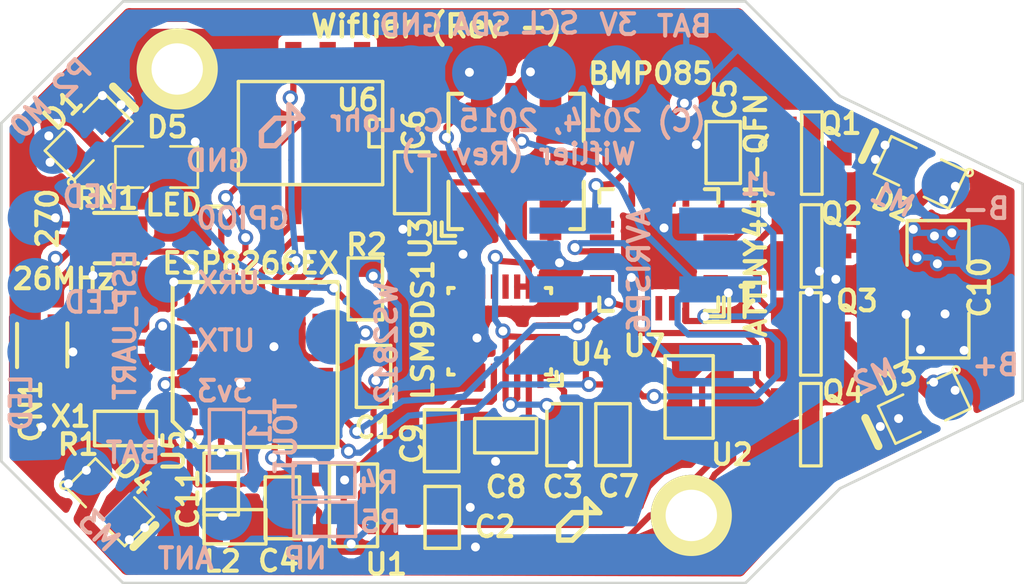
<source format=kicad_pcb>
(kicad_pcb (version 20171130) (host pcbnew 5.1.12-84ad8e8a86~92~ubuntu20.04.1)
  (title_block (title Wiflier) (rev -))
  (layers (0 F.Cu signal) (31 B.Cu signal) (34 B.Paste user hide) (35 F.Paste user hide) (36 B.SilkS user hide) (37 F.SilkS user hide) (38 B.Mask user hide) (39 F.Mask user hide) (44 Edge.Cuts user))
  (net 0 "")
  (net 1 +3.3V)
  (net 2 +3.3VP)
  (net 3 +BATT)
  (net 4 AVRMISO)
  (net 5 AVRRST)
  (net 6 GND)
  (net 7 GP5)
  (net 8 GPIO0)
  (net 9 GPIO2)
  (net 10 M0P)
  (net 11 M1P)
  (net 12 M2P)
  (net 13 M3P)
  (net 14 MTR0)
  (net 15 MTR1)
  (net 16 MTR2)
  (net 17 MTR3)
  (net 18 N-0000012)
  (net 19 N-0000013)
  (net 20 N-0000015)
  (net 21 N-0000016)
  (net 22 N-0000017)
  (net 23 N-0000018)
  (net 24 N-0000020)
  (net 25 N-0000021)
  (net 26 N-0000037)
  (net 27 N-0000040)
  (net 28 N-0000041)
  (net 29 N-0000051)
  (net 30 N-0000052)
  (net 31 N-0000053)
  (net 32 N-0000054)
  (net 33 N-000008)
  (net 34 SCL)
  (net 35 SDA)
  (net 36 TOUT)
  (net 37 URX)
  (net 38 UTX)
  (module QFN20 (layer F.Cu) (at 69.74332 58.41746 180)
    (fp_text reference U7 (at 0.5334 -3.48742 180) (layer F.SilkS) (effects (font (size 0.762 0.762) (thickness 0.1524))))
    (fp_text value ATTINY441-QFN (at -3.58648 1.34366 270) (layer F.SilkS) (effects (font (size 0.762 0.762) (thickness 0.1524))))
    (pad 21 smd rect (at 0 0 180) (size 2.75 2.75) (layers F.Cu F.Paste F.Mask) (net 6 GND))
    (pad 1 smd rect (at -2.1 -1 180) (size 0.9 0.25) (layers F.Cu F.Paste F.Mask) (net 34 SCL))
    (pad 2 smd rect (at -2.1 -0.5 180) (size 0.9 0.25) (layers F.Cu F.Paste F.Mask) (net 16 MTR2))
    (pad 3 smd rect (at -2.1 0 180) (size 0.9 0.25) (layers F.Cu F.Paste F.Mask) (net 15 MTR1))
    (pad 4 smd rect (at -2.1 0.5 180) (size 0.9 0.25) (layers F.Cu F.Paste F.Mask) (net 14 MTR0))
    (pad 5 smd rect (at -2.1 1 180) (size 0.9 0.25) (layers F.Cu F.Paste F.Mask) (net 26 N-0000037))
    (pad 6 smd rect (at -1 2.1 270) (size 0.9 0.25) (layers F.Cu F.Paste F.Mask))
    (pad 7 smd rect (at -0.5 2.1 270) (size 0.9 0.25) (layers F.Cu F.Paste F.Mask))
    (pad 8 smd rect (at 0 2.1 270) (size 0.9 0.25) (layers F.Cu F.Paste F.Mask) (net 6 GND))
    (pad 9 smd rect (at 0.5 2.1 270) (size 0.9 0.25) (layers F.Cu F.Paste F.Mask) (net 3 +BATT))
    (pad 10 smd rect (at 1 2.1 270) (size 0.9 0.25) (layers F.Cu F.Paste F.Mask))
    (pad 11 smd rect (at 2.1 1) (size 0.9 0.25) (layers F.Cu F.Paste F.Mask))
    (pad 12 smd rect (at 2.1 0.5) (size 0.9 0.25) (layers F.Cu F.Paste F.Mask))
    (pad 13 smd rect (at 2.1 0) (size 0.9 0.25) (layers F.Cu F.Paste F.Mask) (net 5 AVRRST))
    (pad 14 smd rect (at 2.1 -0.5) (size 0.9 0.25) (layers F.Cu F.Paste F.Mask))
    (pad 15 smd rect (at 2.1 -1) (size 0.9 0.25) (layers F.Cu F.Paste F.Mask) (net 17 MTR3))
    (pad 16 smd rect (at 1 -2.1 90) (size 0.9 0.25) (layers F.Cu F.Paste F.Mask) (net 35 SDA))
    (pad 17 smd rect (at 0.5 -2.1 90) (size 0.9 0.25) (layers F.Cu F.Paste F.Mask))
    (pad 18 smd rect (at 0 -2.1 90) (size 0.9 0.25) (layers F.Cu F.Paste F.Mask))
    (pad 19 smd rect (at -0.5 -2.1 90) (size 0.9 0.25) (layers F.Cu F.Paste F.Mask))
    (pad 20 smd rect (at -1 -2.1 90) (size 0.9 0.25) (layers F.Cu F.Paste F.Mask) (net 4 AVRMISO))
  )
  (module RIBBON6SMT (layer B.Cu) (at 66.4718 57.27954 270)
    (fp_text reference J1 (at -1.33604 -6.9469) (layer B.SilkS) (effects (font (size 0.762 0.762) (thickness 0.1524)) (justify mirror)))
    (fp_text value AVRISP6 (at 1.85166 -2.54 270) (layer B.SilkS) (effects (font (size 0.762 0.762) (thickness 0.1524)) (justify mirror)))
    (pad 2 smd rect (at 0 0 270) (size 0.9652 3.0226) (layers B.Cu B.Paste B.Mask) (net 3 +BATT))
    (pad 4 smd rect (at 2.54 0 270) (size 0.9652 3.0226) (layers B.Cu B.Paste B.Mask) (net 35 SDA))
    (pad 6 smd rect (at 5.08 0 270) (size 0.9652 3.0226) (layers B.Cu B.Paste B.Mask) (net 6 GND))
    (pad 1 smd rect (at 0 -5.5372 270) (size 0.9652 3.0226) (layers B.Cu B.Paste B.Mask) (net 4 AVRMISO))
    (pad 3 smd rect (at 2.54 -5.5372 270) (size 0.9652 3.0226) (layers B.Cu B.Paste B.Mask) (net 34 SCL))
    (pad 5 smd rect (at 5.08 -5.5372 270) (size 0.9652 3.0226) (layers B.Cu B.Paste B.Mask) (net 5 AVRRST))
  )
  (module XTAL4P (layer F.Cu) (at 50.31486 60.61456 270)
    (fp_text reference X1 (at 3.90144 2.30886) (layer F.SilkS) (effects (font (size 0.762 0.762) (thickness 0.1524))))
    (fp_text value 26MHz (at -1.18094 2.56752) (layer F.SilkS) (effects (font (size 0.762 0.762) (thickness 0.1524))))
    (pad 4 smd rect (at 0 0 270) (size 1.397 1.1938) (layers F.Cu F.Paste F.Mask) (net 6 GND))
    (pad 1 smd rect (at 0 1.7018 270) (size 1.397 1.1938) (layers F.Cu F.Paste F.Mask) (net 21 N-0000016))
    (pad 3 smd rect (at 2.286 1.7018 270) (size 1.397 1.1938) (layers F.Cu F.Paste F.Mask) (net 6 GND))
    (pad 2 smd rect (at 2.286 0 270) (size 1.397 1.1938) (layers F.Cu F.Paste F.Mask) (net 19 N-0000013))
  )
  (module SOT23GDS (layer F.Cu) (at 75.3872 58.2168 90)
    (fp_text reference Q2 (at 1.1938 1.1176 180) (layer F.SilkS) (effects (font (size 0.762 0.762) (thickness 0.1524))))
    (fp_text value 7A_20V hide)
    (pad S smd rect (at -0.889 -1.016 90) (size 0.9144 0.9144) (layers F.Cu F.Paste F.Mask) (net 6 GND))
    (pad G smd rect (at 0.889 -1.016 90) (size 0.9144 0.9144) (layers F.Cu F.Paste F.Mask) (net 15 MTR1))
    (pad D smd rect (at 0 1.016 90) (size 0.9144 0.9144) (layers F.Cu F.Paste F.Mask) (net 11 M1P))
  )
  (module SOT23GDS (layer F.Cu) (at 75.39736 54.78272 90)
    (fp_text reference Q1 (at 1.08712 1.06934 180) (layer F.SilkS) (effects (font (size 0.762 0.762) (thickness 0.1524))))
    (fp_text value 7A_20V hide)
    (pad S smd rect (at -0.889 -1.016 90) (size 0.9144 0.9144) (layers F.Cu F.Paste F.Mask) (net 6 GND))
    (pad G smd rect (at 0.889 -1.016 90) (size 0.9144 0.9144) (layers F.Cu F.Paste F.Mask) (net 14 MTR0))
    (pad D smd rect (at 0 1.016 90) (size 0.9144 0.9144) (layers F.Cu F.Paste F.Mask) (net 10 M0P))
  )
  (module SOT23GDS (layer F.Cu) (at 75.3618 61.468 90)
    (fp_text reference Q3 (at 1.2192 1.7018 180) (layer F.SilkS) (effects (font (size 0.762 0.762) (thickness 0.1524))))
    (fp_text value 7A_20V hide)
    (pad S smd rect (at -0.889 -1.016 90) (size 0.9144 0.9144) (layers F.Cu F.Paste F.Mask) (net 6 GND))
    (pad G smd rect (at 0.889 -1.016 90) (size 0.9144 0.9144) (layers F.Cu F.Paste F.Mask) (net 16 MTR2))
    (pad D smd rect (at 0 1.016 90) (size 0.9144 0.9144) (layers F.Cu F.Paste F.Mask) (net 12 M2P))
  )
  (module SOT23GDS (layer F.Cu) (at 75.3618 64.8208 90)
    (fp_text reference Q4 (at 1.2192 1.1938 180) (layer F.SilkS) (effects (font (size 0.762 0.762) (thickness 0.1524))))
    (fp_text value 7A_20V hide)
    (pad S smd rect (at -0.889 -1.016 90) (size 0.9144 0.9144) (layers F.Cu F.Paste F.Mask) (net 6 GND))
    (pad G smd rect (at 0.889 -1.016 90) (size 0.9144 0.9144) (layers F.Cu F.Paste F.Mask) (net 17 MTR3))
    (pad D smd rect (at 0 1.016 90) (size 0.9144 0.9144) (layers F.Cu F.Paste F.Mask) (net 13 M3P))
  )
  (module SOT23-5 (layer F.Cu) (at 70.8637 63.7965 90)
    (fp_text reference U2 (at -2.1295 1.5803 180) (layer F.SilkS) (effects (font (size 0.762 0.762) (thickness 0.1524))))
    (fp_text value MCP1824/3.0 hide)
    (pad 1 smd rect (at -0.9525 1.27 90) (size 0.508 0.762) (layers F.Cu F.Paste F.Mask) (net 3 +BATT))
    (pad 3 smd rect (at 0.9525 1.27 90) (size 0.508 0.762) (layers F.Cu F.Paste F.Mask) (net 3 +BATT))
    (pad 5 smd rect (at -0.9525 -1.27 90) (size 0.508 0.762) (layers F.Cu F.Paste F.Mask) (net 2 +3.3VP))
    (pad 2 smd rect (at 0 1.27 90) (size 0.508 0.762) (layers F.Cu F.Paste F.Mask) (net 6 GND))
    (pad 4 smd rect (at 0.9525 -1.27 90) (size 0.508 0.762) (layers F.Cu F.Paste F.Mask))
  )
  (module SOT23-5 (layer F.Cu) (at 58.4581 67.80022 90)
    (fp_text reference U1 (at -2.18186 1.21158 180) (layer F.SilkS) (effects (font (size 0.762 0.762) (thickness 0.1524))))
    (fp_text value MCP1824/3.0 hide)
    (pad 1 smd rect (at -0.9525 1.27 90) (size 0.508 0.762) (layers F.Cu F.Paste F.Mask) (net 3 +BATT))
    (pad 3 smd rect (at 0.9525 1.27 90) (size 0.508 0.762) (layers F.Cu F.Paste F.Mask) (net 3 +BATT))
    (pad 5 smd rect (at -0.9525 -1.27 90) (size 0.508 0.762) (layers F.Cu F.Paste F.Mask) (net 1 +3.3V))
    (pad 2 smd rect (at 0 1.27 90) (size 0.508 0.762) (layers F.Cu F.Paste F.Mask) (net 6 GND))
    (pad 4 smd rect (at 0.9525 -1.27 90) (size 0.508 0.762) (layers F.Cu F.Paste F.Mask))
  )
  (module SO8E (layer F.Cu) (at 56.8706 54.04358 180)
    (fp_text reference U6 (at -1.7421 1.2237 180) (layer F.SilkS) (effects (font (size 0.762 0.762) (thickness 0.1524))))
    (fp_text value W25Q80DV hide)
    (pad 8 smd rect (at -1.905 -2.667 180) (size 0.59944 1.39954) (layers F.Cu F.Paste F.Mask) (net 1 +3.3V))
    (pad 1 smd rect (at -1.905 2.667 180) (size 0.59944 1.39954) (layers F.Cu F.Paste F.Mask) (net 31 N-0000053))
    (pad 7 smd rect (at -0.635 -2.667 180) (size 0.59944 1.39954) (layers F.Cu F.Paste F.Mask) (net 30 N-0000052))
    (pad 6 smd rect (at 0.635 -2.667 180) (size 0.59944 1.39954) (layers F.Cu F.Paste F.Mask) (net 32 N-0000054))
    (pad 5 smd rect (at 1.905 -2.667 180) (size 0.59944 1.39954) (layers F.Cu F.Paste F.Mask) (net 28 N-0000041))
    (pad 2 smd rect (at -0.635 2.667 180) (size 0.59944 1.39954) (layers F.Cu F.Paste F.Mask) (net 27 N-0000040))
    (pad 3 smd rect (at 0.635 2.667 180) (size 0.59944 1.39954) (layers F.Cu F.Paste F.Mask) (net 29 N-0000051))
    (pad 4 smd rect (at 1.905 2.667 180) (size 0.59944 1.39954) (layers F.Cu F.Paste F.Mask) (net 6 GND))
  )
  (module SM1206 (layer F.Cu) (at 80.0608 59.817 90)
    (fp_text reference C10 (at 0.071 1.5352 90) (layer F.SilkS) (effects (font (size 0.762 0.762) (thickness 0.1524))))
    (fp_text value 100uF hide)
    (pad 1 smd rect (at -1.651 0 90) (size 1.524 2.032) (layers F.Cu F.Paste F.Mask) (net 3 +BATT))
    (pad 2 smd rect (at 1.651 0 90) (size 1.524 2.032) (layers F.Cu F.Paste F.Mask) (net 6 GND))
  )
  (module SM0603 (layer F.Cu) (at 54.07914 68.59524)
    (fp_text reference L2 (at -0.45974 1.27762) (layer F.SilkS) (effects (font (size 0.762 0.762) (thickness 0.1524))))
    (fp_text value NP hide)
    (pad 1 smd rect (at -0.762 0) (size 0.635 1.143) (layers F.Cu F.Paste F.Mask) (net 18 N-0000012))
    (pad 2 smd rect (at 0.762 0) (size 0.635 1.143) (layers F.Cu F.Paste F.Mask) (net 6 GND))
  )
  (module SM0603 (layer F.Cu) (at 64.08166 65.22974)
    (fp_text reference C8 (at 0.01524 1.88976) (layer F.SilkS) (effects (font (size 0.762 0.762) (thickness 0.1524))))
    (fp_text value .1u hide)
    (pad 1 smd rect (at -0.762 0) (size 0.635 1.143) (layers F.Cu F.Paste F.Mask) (net 6 GND))
    (pad 2 smd rect (at 0.762 0) (size 0.635 1.143) (layers F.Cu F.Paste F.Mask) (net 22 N-0000017))
  )
  (module SM0603 (layer F.Cu) (at 68.0496 65.1888 270)
    (fp_text reference C7 (at 1.91292 -0.20782) (layer F.SilkS) (effects (font (size 0.762 0.762) (thickness 0.1524))))
    (fp_text value .1u hide)
    (pad 1 smd rect (at -0.762 0 270) (size 0.635 1.143) (layers F.Cu F.Paste F.Mask) (net 2 +3.3VP))
    (pad 2 smd rect (at 0.762 0 270) (size 0.635 1.143) (layers F.Cu F.Paste F.Mask) (net 6 GND))
  )
  (module SM0603 (layer F.Cu) (at 61.71438 65.41262 90)
    (fp_text reference C9 (at -0.10668 -1.08458 90) (layer F.SilkS) (effects (font (size 0.762 0.762) (thickness 0.1524))))
    (fp_text value 10nF hide)
    (pad 1 smd rect (at -0.762 0 90) (size 0.635 1.143) (layers F.Cu F.Paste F.Mask) (net 6 GND))
    (pad 2 smd rect (at 0.762 0 90) (size 0.635 1.143) (layers F.Cu F.Paste F.Mask) (net 23 N-0000018))
  )
  (module SM0603 (layer F.Cu) (at 60.6108 55.8822 90)
    (fp_text reference C6 (at 1.951 0.0746 90) (layer F.SilkS) (effects (font (size 0.762 0.762) (thickness 0.1524))))
    (fp_text value .1u hide)
    (pad 1 smd rect (at -0.762 0 90) (size 0.635 1.143) (layers F.Cu F.Paste F.Mask) (net 6 GND))
    (pad 2 smd rect (at 0.762 0 90) (size 0.635 1.143) (layers F.Cu F.Paste F.Mask) (net 2 +3.3VP))
  )
  (module SM0603 (layer F.Cu) (at 72.1233 54.7624 270)
    (fp_text reference C5 (at -1.97866 -0.0762 270) (layer F.SilkS) (effects (font (size 0.762 0.762) (thickness 0.1524))))
    (fp_text value 1u hide)
    (pad 1 smd rect (at -0.762 0 270) (size 0.635 1.143) (layers F.Cu F.Paste F.Mask) (net 6 GND))
    (pad 2 smd rect (at 0.762 0 270) (size 0.635 1.143) (layers F.Cu F.Paste F.Mask) (net 26 N-0000037))
  )
  (module SM0603 (layer F.Cu) (at 66.24066 65.19164 270)
    (fp_text reference C3 (at 1.92786 0.04572) (layer F.SilkS) (effects (font (size 0.762 0.762) (thickness 0.1524))))
    (fp_text value 10uF hide)
    (pad 1 smd rect (at -0.762 0 270) (size 0.635 1.143) (layers F.Cu F.Paste F.Mask) (net 2 +3.3VP))
    (pad 2 smd rect (at 0.762 0 270) (size 0.635 1.143) (layers F.Cu F.Paste F.Mask) (net 6 GND))
  )
  (module SM0603 (layer B.Cu) (at 53.76672 65.40246 90)
    (fp_text reference L1 (at 0.55626 1.25476 90) (layer B.SilkS) (effects (font (size 0.762 0.762) (thickness 0.1524)) (justify mirror)))
    (fp_text value NP hide)
    (pad 1 smd rect (at -0.762 0 90) (size 0.635 1.143) (layers B.Cu B.Paste B.Mask) (net 33 N-000008))
    (pad 2 smd rect (at 0.762 0 90) (size 0.635 1.143) (layers B.Cu B.Paste B.Mask) (net 6 GND))
  )
  (module SM0603 (layer F.Cu) (at 59.19978 63.03772 90)
    (fp_text reference C1 (at -1.89484 0.04318 180) (layer F.SilkS) (effects (font (size 0.762 0.762) (thickness 0.1524))))
    (fp_text value 10uF hide)
    (pad 1 smd rect (at -0.762 0 90) (size 0.635 1.143) (layers F.Cu F.Paste F.Mask) (net 1 +3.3V))
    (pad 2 smd rect (at 0.762 0 90) (size 0.635 1.143) (layers F.Cu F.Paste F.Mask) (net 6 GND))
  )
  (module SM0603 (layer F.Cu) (at 61.73724 68.24726 90)
    (fp_text reference C2 (at -0.34798 1.95072 180) (layer F.SilkS) (effects (font (size 0.762 0.762) (thickness 0.1524))))
    (fp_text value 10uF hide)
    (pad 1 smd rect (at -0.762 0 90) (size 0.635 1.143) (layers F.Cu F.Paste F.Mask) (net 3 +BATT))
    (pad 2 smd rect (at 0.762 0 90) (size 0.635 1.143) (layers F.Cu F.Paste F.Mask) (net 6 GND))
  )
  (module SM0603 (layer F.Cu) (at 53.5686 67.01536 270)
    (fp_text reference C11 (at 0.54356 1.22682 270) (layer F.SilkS) (effects (font (size 0.762 0.762) (thickness 0.1524))))
    (fp_text value 5.6pF hide)
    (pad 1 smd rect (at -0.762 0 270) (size 0.635 1.143) (layers F.Cu F.Paste F.Mask) (net 33 N-000008))
    (pad 2 smd rect (at 0.762 0 270) (size 0.635 1.143) (layers F.Cu F.Paste F.Mask) (net 18 N-0000012))
  )
  (module QFN32 (layer F.Cu) (at 54.8237 62.5972 90)
    (fp_text reference U5 (at -3.19388 -3.01024 90) (layer F.SilkS) (effects (font (size 0.762 0.762) (thickness 0.1524))))
    (fp_text value ESP8266EX (at 3.74032 -0.17306 180) (layer F.SilkS) (effects (font (size 0.762 0.762) (thickness 0.1524))))
    (pad 31 smd rect (at -1.24968 -2.49936 90) (size 0.254 0.762) (layers F.Cu F.Paste F.Mask) (net 20 N-0000015))
    (pad 30 smd rect (at -0.7493 -2.49936 90) (size 0.254 0.762) (layers F.Cu F.Paste F.Mask) (net 1 +3.3V))
    (pad 29 smd rect (at -0.24892 -2.49936 90) (size 0.254 0.762) (layers F.Cu F.Paste F.Mask) (net 1 +3.3V))
    (pad 32 smd rect (at -1.75006 -2.49936 90) (size 0.254 0.762) (layers F.Cu F.Paste F.Mask))
    (pad 1 smd rect (at -2.49936 -1.75006 180) (size 0.254 0.762) (layers F.Cu F.Paste F.Mask) (net 1 +3.3V))
    (pad 2 smd rect (at -2.49936 -1.24968 180) (size 0.254 0.762) (layers F.Cu F.Paste F.Mask) (net 33 N-000008))
    (pad 3 smd rect (at -2.49936 -0.7493 180) (size 0.254 0.762) (layers F.Cu F.Paste F.Mask) (net 1 +3.3V))
    (pad 4 smd rect (at -2.49936 -0.24892 180) (size 0.254 0.762) (layers F.Cu F.Paste F.Mask) (net 1 +3.3V))
    (pad 5 smd rect (at -2.49936 0.24892 180) (size 0.254 0.762) (layers F.Cu F.Paste F.Mask))
    (pad 6 smd rect (at -2.49936 0.7493 180) (size 0.254 0.762) (layers F.Cu F.Paste F.Mask) (net 36 TOUT))
    (pad 7 smd rect (at -2.49936 1.24968 180) (size 0.254 0.762) (layers F.Cu F.Paste F.Mask) (net 1 +3.3V))
    (pad 8 smd rect (at -2.49936 1.75006 180) (size 0.254 0.762) (layers F.Cu F.Paste F.Mask))
    (pad 16 smd rect (at 1.75006 2.49936 90) (size 0.254 0.762) (layers F.Cu F.Paste F.Mask))
    (pad 9 smd rect (at -1.75006 2.49936 90) (size 0.254 0.762) (layers F.Cu F.Paste F.Mask) (net 34 SCL))
    (pad 10 smd rect (at -1.24968 2.49936 90) (size 0.254 0.762) (layers F.Cu F.Paste F.Mask) (net 35 SDA))
    (pad 11 smd rect (at -0.7493 2.49936 90) (size 0.254 0.762) (layers F.Cu F.Paste F.Mask) (net 1 +3.3V))
    (pad 12 smd rect (at -0.24892 2.49936 90) (size 0.254 0.762) (layers F.Cu F.Paste F.Mask) (net 1 +3.3V))
    (pad 13 smd rect (at 0.24892 2.49936 90) (size 0.254 0.762) (layers F.Cu F.Paste F.Mask) (net 6 GND))
    (pad 14 smd rect (at 0.7493 2.49936 90) (size 0.254 0.762) (layers F.Cu F.Paste F.Mask) (net 9 GPIO2))
    (pad 15 smd rect (at 1.24968 2.49936 90) (size 0.254 0.762) (layers F.Cu F.Paste F.Mask) (net 8 GPIO0))
    (pad 17 smd rect (at 2.49936 1.75006 180) (size 0.254 0.762) (layers F.Cu F.Paste F.Mask) (net 1 +3.3V))
    (pad 18 smd rect (at 2.49936 1.24968 180) (size 0.254 0.762) (layers F.Cu F.Paste F.Mask) (net 30 N-0000052))
    (pad 19 smd rect (at 2.49936 0.7493 180) (size 0.254 0.762) (layers F.Cu F.Paste F.Mask) (net 29 N-0000051))
    (pad 20 smd rect (at 2.49936 0.24892 180) (size 0.254 0.762) (layers F.Cu F.Paste F.Mask) (net 31 N-0000053))
    (pad 21 smd rect (at 2.49936 -0.24892 180) (size 0.254 0.762) (layers F.Cu F.Paste F.Mask) (net 32 N-0000054))
    (pad 22 smd rect (at 2.49936 -0.7493 180) (size 0.254 0.762) (layers F.Cu F.Paste F.Mask) (net 27 N-0000040))
    (pad 23 smd rect (at 2.49936 -1.24968 180) (size 0.254 0.762) (layers F.Cu F.Paste F.Mask) (net 28 N-0000041))
    (pad 24 smd rect (at 2.49936 -1.75006 180) (size 0.254 0.762) (layers F.Cu F.Paste F.Mask) (net 7 GP5))
    (pad 25 smd rect (at 1.75006 -2.49936 90) (size 0.254 0.762) (layers F.Cu F.Paste F.Mask) (net 37 URX))
    (pad 26 smd rect (at 1.24968 -2.49936 90) (size 0.254 0.762) (layers F.Cu F.Paste F.Mask) (net 38 UTX))
    (pad 27 smd rect (at 0.7493 -2.49936 90) (size 0.254 0.762) (layers F.Cu F.Paste F.Mask) (net 21 N-0000016))
    (pad 28 smd rect (at 0.24892 -2.49936 90) (size 0.254 0.762) (layers F.Cu F.Paste F.Mask) (net 19 N-0000013))
    (pad 33 smd rect (at 0 0 90) (size 2.99974 2.99974) (layers F.Cu F.Paste F.Mask) (net 6 GND))
  )
  (module NETWORK0606 (layer F.Cu) (at 46.95444 61.89472 90)
    (fp_text reference CN1 (at -2.42824 -0.4191 90) (layer F.SilkS) (effects (font (size 0.762 0.762) (thickness 0.1524))))
    (fp_text value 10p hide)
    (pad 1 smd rect (at -0.8 -0.5 90) (size 0.7 0.6) (layers F.Cu F.Paste F.Mask) (net 19 N-0000013))
    (pad 2 smd rect (at 0.8 -0.5 90) (size 0.7 0.6) (layers F.Cu F.Paste F.Mask) (net 6 GND))
    (pad 3 smd rect (at -0.8 0.5 90) (size 0.7 0.6) (layers F.Cu F.Paste F.Mask) (net 6 GND))
    (pad 4 smd rect (at 0.8 0.5 90) (size 0.7 0.6) (layers F.Cu F.Paste F.Mask) (net 21 N-0000016))
  )
  (module BMP085 (layer F.Cu) (at 64.4693 55.0929 90)
    (fp_text reference U3 (at -2.8445 -3.5347 90) (layer F.SilkS) (effects (font (size 0.762 0.762) (thickness 0.1524))))
    (fp_text value BMP085 (at 3.24642 4.9616 180) (layer F.SilkS) (effects (font (size 0.762 0.762) (thickness 0.1524))))
    (pad 1 smd rect (at -2.065 -1.27 90) (size 1.67 0.8) (layers F.Cu F.Paste F.Mask) (net 6 GND))
    (pad 2 smd rect (at -2.065 0 90) (size 1.67 0.8) (layers F.Cu F.Paste F.Mask))
    (pad 3 smd rect (at -2.065 1.27 90) (size 1.67 0.8) (layers F.Cu F.Paste F.Mask) (net 2 +3.3VP))
    (pad 4 smd rect (at 0 2.1 180) (size 1.67 0.8) (layers F.Cu F.Paste F.Mask) (net 2 +3.3VP))
    (pad 5 smd rect (at 2.065 1.27 90) (size 1.67 0.8) (layers F.Cu F.Paste F.Mask))
    (pad 6 smd rect (at 2.065 0 90) (size 1.67 0.8) (layers F.Cu F.Paste F.Mask) (net 34 SCL))
    (pad 7 smd rect (at 2.065 -1.27 90) (size 1.67 0.8) (layers F.Cu F.Paste F.Mask) (net 35 SDA))
    (pad 8 smd rect (at 0 -1.66 180) (size 2.5 0.8) (layers F.Cu F.Paste F.Mask))
  )
  (module SMT_1x6 (layer B.Cu) (at 51.6255 60.6933 270)
    (fp_text reference P32 hide)
    (fp_text value ESP_UART (at 0.43434 1.61036 270) (layer B.SilkS) (effects (font (size 0.762 0.762) (thickness 0.1524)) (justify mirror)))
    (pad 1 smd rect (at -6.35 0 270) (size 1.778 1.778) (layers B.Cu B.Paste B.Mask) (net 6 GND))
    (pad 2 smd circle (at -3.81 0 270) (size 1.778 1.778) (layers B.Cu B.Paste B.Mask) (net 8 GPIO0))
    (pad 3 smd circle (at -1.27 0 270) (size 1.778 1.778) (layers B.Cu B.Paste B.Mask) (net 37 URX))
    (pad 4 smd circle (at 1.27 0 270) (size 1.778 1.778) (layers B.Cu B.Paste B.Mask) (net 38 UTX))
    (pad 5 smd circle (at 3.81 0 270) (size 1.778 1.778) (layers B.Cu B.Paste B.Mask) (net 1 +3.3V))
    (pad 6 smd circle (at 6.35 0 270) (size 1.778 1.778) (layers B.Cu B.Paste B.Mask) (net 3 +BATT))
  )
  (module .1SMTPIN (layer B.Cu) (at 53.68798 68.08978)
    (fp_text reference P6 hide)
    (fp_text value ANT (at -1.43002 1.67894) (layer B.SilkS) (effects (font (size 0.762 0.762) (thickness 0.1524)) (justify mirror)))
    (pad 1 smd circle (at 0 0) (size 2.032 2.032) (layers B.Cu B.Paste B.Mask) (net 18 N-0000012))
  )
  (module SMT_1x2 (layer B.Cu) (at 48.26508 53.76672 225)
    (fp_text reference P2 (at -1.099183 1.390144 225) (layer B.SilkS) (effects (font (size 0.762 0.762) (thickness 0.1524)) (justify mirror)))
    (fp_text value M0 (at 1.003993 1.438637 225) (layer B.SilkS) (effects (font (size 0.762 0.762) (thickness 0.1524)) (justify mirror)))
    (pad 1 smd rect (at -1.27 0 225) (size 1.778 1.778) (layers B.Cu B.Paste B.Mask) (net 3 +BATT))
    (pad 2 smd circle (at 1.27 0 225) (size 1.778 1.778) (layers B.Cu B.Paste B.Mask) (net 10 M0P))
  )
  (module SMT_1x2 (layer B.Cu) (at 79.194 55.426 335)
    (fp_text reference P3 hide)
    (fp_text value M1 (at -0.28425 1.306101 335) (layer B.SilkS) (effects (font (size 0.762 0.762) (thickness 0.1524)) (justify mirror)))
    (pad 1 smd rect (at -1.27 0 335) (size 1.778 1.778) (layers B.Cu B.Paste B.Mask) (net 3 +BATT))
    (pad 2 smd circle (at 1.27 0 335) (size 1.778 1.778) (layers B.Cu B.Paste B.Mask) (net 11 M1P))
  )
  (module SMT_1x2 (layer B.Cu) (at 79.3242 64.3128 25)
    (fp_text reference P4 hide)
    (fp_text value M2 (at -0.913549 -1.827285 25) (layer B.SilkS) (effects (font (size 0.762 0.762) (thickness 0.1524)) (justify mirror)))
    (pad 1 smd rect (at -1.27 0 25) (size 1.778 1.778) (layers B.Cu B.Paste B.Mask) (net 3 +BATT))
    (pad 2 smd circle (at 1.27 0 25) (size 1.778 1.778) (layers B.Cu B.Paste B.Mask) (net 12 M2P))
  )
  (module SMT_1x2 (layer B.Cu) (at 49.55032 67.4497 135)
    (fp_text reference P5 hide)
    (fp_text value M3 (at -0.562164 -1.269808 135) (layer B.SilkS) (effects (font (size 0.762 0.762) (thickness 0.1524)) (justify mirror)))
    (pad 1 smd rect (at -1.27 0 135) (size 1.778 1.778) (layers B.Cu B.Paste B.Mask) (net 3 +BATT))
    (pad 2 smd circle (at 1.27 0 135) (size 1.778 1.778) (layers B.Cu B.Paste B.Mask) (net 13 M3P))
  )
  (module .1SMTPIN (layer B.Cu) (at 81.7118 58.4454)
    (fp_text reference P24 hide)
    (fp_text value B- (at 0.12192 -1.61036) (layer B.SilkS) (effects (font (size 0.762 0.762) (thickness 0.1524)) (justify mirror)))
    (pad 1 smd circle (at 0 0) (size 2.032 2.032) (layers B.Cu B.Paste B.Mask) (net 6 GND))
  )
  (module .1SMTPIN (layer B.Cu) (at 81.6102 61.1124)
    (fp_text reference P21 hide)
    (fp_text value B+ (at 0.57912 1.50114) (layer B.SilkS) (effects (font (size 0.762 0.762) (thickness 0.1524)) (justify mirror)))
    (pad 1 smd circle (at 0 0) (size 2.032 2.032) (layers B.Cu B.Paste B.Mask) (net 3 +BATT))
  )
  (module .1SMTPIN (layer B.Cu) (at 57.70626 61.5823)
    (fp_text reference P1 hide)
    (fp_text value WS2812 (at 1.97358 0.21844 90) (layer B.SilkS) (effects (font (size 0.762 0.762) (thickness 0.1524)) (justify mirror)))
    (pad 1 smd circle (at 0 0) (size 2.032 2.032) (layers B.Cu B.Paste B.Mask) (net 9 GPIO2))
  )
  (module HOLE-1.9MM (layer F.Cu) (at 51.944 51.676)
    (fp_text reference P7 hide)
    (fp_text value ~ hide)
    (pad 1 thru_hole circle (at 0 0) (size 3 3) (drill 1.9) (layers *.Cu *.Mask F.SilkS) (net 6 GND))
  )
  (module HOLE-1.9MM (layer F.Cu) (at 70.944 68.176)
    (fp_text reference P8 hide)
    (fp_text value ~ hide)
    (pad 1 thru_hole circle (at 0 0) (size 3 3) (drill 1.9) (layers *.Cu *.Mask F.SilkS) (net 3 +BATT))
  )
  (module SM0603 (layer F.Cu) (at 55.8292 67.8942 270)
    (fp_text reference C4 (at 1.96596 0.14224) (layer F.SilkS) (effects (font (size 0.762 0.762) (thickness 0.1524))))
    (fp_text value 1uF hide)
    (pad 1 smd rect (at -0.762 0 270) (size 0.635 1.143) (layers F.Cu F.Paste F.Mask) (net 1 +3.3V))
    (pad 2 smd rect (at 0.762 0 270) (size 0.635 1.143) (layers F.Cu F.Paste F.Mask) (net 6 GND))
  )
  (module .1SMTPIN (layer B.Cu) (at 63.119 51.816)
    (fp_text reference P9 hide)
    (fp_text value SDA (at 0.0762 -1.778) (layer B.SilkS) (effects (font (size 0.762 0.762) (thickness 0.1524)) (justify mirror)))
    (pad 1 smd circle (at 0 0) (size 2.032 2.032) (layers B.Cu B.Paste B.Mask) (net 35 SDA))
  )
  (module .1SMTPIN (layer B.Cu) (at 65.659 51.816)
    (fp_text reference P10 hide)
    (fp_text value SCL (at 0.0762 -1.8288) (layer B.SilkS) (effects (font (size 0.762 0.762) (thickness 0.1524)) (justify mirror)))
    (pad 1 smd circle (at 0 0) (size 2.032 2.032) (layers B.Cu B.Paste B.Mask) (net 34 SCL))
  )
  (module SM0603 (layer F.Cu) (at 50.03292 64.9605)
    (fp_text reference R1 (at -1.74752 0.5969) (layer F.SilkS) (effects (font (size 0.762 0.762) (thickness 0.1524))))
    (fp_text value 12k hide)
    (pad 1 smd rect (at -0.762 0) (size 0.635 1.143) (layers F.Cu F.Paste F.Mask) (net 6 GND))
    (pad 2 smd rect (at 0.762 0) (size 0.635 1.143) (layers F.Cu F.Paste F.Mask) (net 20 N-0000015))
  )
  (module SM0603 (layer F.Cu) (at 58.8964 59.8044 90)
    (fp_text reference R2 (at 1.6284 0.0476 180) (layer F.SilkS) (effects (font (size 0.762 0.762) (thickness 0.1524))))
    (fp_text value 12k hide)
    (pad 1 smd rect (at -0.762 0 90) (size 0.635 1.143) (layers F.Cu F.Paste F.Mask) (net 8 GPIO0))
    (pad 2 smd rect (at 0.762 0 90) (size 0.635 1.143) (layers F.Cu F.Paste F.Mask) (net 1 +3.3V))
  )
  (module .1SMTPIN (layer B.Cu) (at 68.199 51.816)
    (fp_text reference P11 hide)
    (fp_text value 3V (at 0.0508 -1.778) (layer B.SilkS) (effects (font (size 0.762 0.762) (thickness 0.1524)) (justify mirror)))
    (pad 1 smd circle (at 0 0) (size 2.032 2.032) (layers B.Cu B.Paste B.Mask) (net 2 +3.3VP))
  )
  (module .1SMTPIN (layer B.Cu) (at 60.579 51.816)
    (fp_text reference P12 hide)
    (fp_text value GND (at 0 -1.7526) (layer B.SilkS) (effects (font (size 0.762 0.762) (thickness 0.1524)) (justify mirror)))
    (pad 1 smd circle (at 0 0) (size 2.032 2.032) (layers B.Cu B.Paste B.Mask) (net 6 GND))
  )
  (module NETWORK0606 (layer F.Cu) (at 49.694 57.926 180)
    (fp_text reference RN1 (at 0.3418 1.4618 180) (layer F.SilkS) (effects (font (size 0.762 0.762) (thickness 0.1524))))
    (fp_text value 270 (at 2.54144 0.72774 270) (layer F.SilkS) (effects (font (size 0.762 0.762) (thickness 0.1524))))
    (pad 1 smd rect (at -0.8 -0.5 180) (size 0.7 0.6) (layers F.Cu F.Paste F.Mask) (net 7 GP5))
    (pad 2 smd rect (at 0.8 -0.5 180) (size 0.7 0.6) (layers F.Cu F.Paste F.Mask) (net 24 N-0000020))
    (pad 3 smd rect (at -0.8 0.5 180) (size 0.7 0.6) (layers F.Cu F.Paste F.Mask) (net 7 GP5))
    (pad 4 smd rect (at 0.8 0.5 180) (size 0.7 0.6) (layers F.Cu F.Paste F.Mask) (net 25 N-0000021))
  )
  (module .1SMTPIN (layer B.Cu) (at 46.694 59.676)
    (fp_text reference P13 hide)
    (fp_text value LED (at 2.11718 0.62614) (layer B.SilkS) (effects (font (size 0.762 0.762) (thickness 0.1524)) (justify mirror)))
    (pad 1 smd circle (at 0 0) (size 2.032 2.032) (layers B.Cu B.Paste B.Mask) (net 24 N-0000020))
  )
  (module .1SMTPIN (layer B.Cu) (at 46.694 57.176)
    (fp_text reference P14 hide)
    (fp_text value LED (at 2.05876 -0.78292) (layer B.SilkS) (effects (font (size 0.762 0.762) (thickness 0.1524)) (justify mirror)))
    (pad 1 smd circle (at 0 0) (size 2.032 2.032) (layers B.Cu B.Paste B.Mask) (net 25 N-0000021))
  )
  (module .1SMTPIN (layer B.Cu) (at 46.68266 62.13348)
    (fp_text reference P15 hide)
    (fp_text value LED (at -0.51308 1.87198 90) (layer B.SilkS) (effects (font (size 0.762 0.762) (thickness 0.1524)) (justify mirror)))
    (pad 1 smd circle (at 0 0) (size 2.032 2.032) (layers B.Cu B.Paste B.Mask) (net 6 GND))
  )
  (module .1SMTPIN (layer B.Cu) (at 70.75678 51.76774)
    (fp_text reference P16 hide)
    (fp_text value BAT (at -0.07112 -1.67132) (layer B.SilkS) (effects (font (size 0.762 0.762) (thickness 0.1524)) (justify mirror)))
    (pad 1 smd circle (at 0 0) (size 2.032 2.032) (layers B.Cu B.Paste B.Mask) (net 3 +BATT))
  )
  (module LGA-24B (layer F.Cu) (at 63.86322 61.36894 180)
    (fp_text reference U4 (at -3.37566 -0.84836 180) (layer F.SilkS) (effects (font (size 0.762 0.762) (thickness 0.1524))))
    (fp_text value LSM9DS1 (at 2.82956 0.05334 270) (layer F.SilkS) (effects (font (size 0.762 0.762) (thickness 0.1524))))
    (pad 1 smd rect (at -1.505 -1.65 270) (size 0.9 0.23) (layers F.Cu F.Paste F.Mask) (net 2 +3.3VP))
    (pad 2 smd rect (at -1.778 -0.645 180) (size 0.9 0.23) (layers F.Cu F.Paste F.Mask) (net 34 SCL))
    (pad 3 smd rect (at -1.778 -0.215 180) (size 0.9 0.23) (layers F.Cu F.Paste F.Mask) (net 2 +3.3VP))
    (pad 4 smd rect (at -1.778 0.215 180) (size 0.9 0.23) (layers F.Cu F.Paste F.Mask) (net 35 SDA))
    (pad 5 smd rect (at -1.778 0.645 180) (size 0.9 0.23) (layers F.Cu F.Paste F.Mask) (net 6 GND))
    (pad 6 smd rect (at -1.505 1.65 270) (size 0.9 0.23) (layers F.Cu F.Paste F.Mask) (net 6 GND))
    (pad 7 smd rect (at -1.075 1.65 270) (size 0.9 0.23) (layers F.Cu F.Paste F.Mask) (net 2 +3.3VP))
    (pad 8 smd rect (at -0.645 1.65 270) (size 0.9 0.23) (layers F.Cu F.Paste F.Mask) (net 2 +3.3VP))
    (pad 9 smd rect (at -0.215 1.65 270) (size 0.9 0.23) (layers F.Cu F.Paste F.Mask))
    (pad 10 smd rect (at 0.215 1.65 270) (size 0.9 0.23) (layers F.Cu F.Paste F.Mask))
    (pad 11 smd rect (at 0.645 1.65 270) (size 0.9 0.23) (layers F.Cu F.Paste F.Mask))
    (pad 12 smd rect (at 1.075 1.65 270) (size 0.9 0.23) (layers F.Cu F.Paste F.Mask))
    (pad 13 smd rect (at 1.505 1.65 270) (size 0.9 0.23) (layers F.Cu F.Paste F.Mask) (net 6 GND))
    (pad 14 smd rect (at 1.778 0.645 180) (size 0.9 0.23) (layers F.Cu F.Paste F.Mask) (net 6 GND))
    (pad 15 smd rect (at 1.778 0.215 180) (size 0.9 0.23) (layers F.Cu F.Paste F.Mask) (net 6 GND))
    (pad 16 smd rect (at 1.778 -0.215 180) (size 0.9 0.23) (layers F.Cu F.Paste F.Mask) (net 6 GND))
    (pad 17 smd rect (at 1.778 -0.645 180) (size 0.9 0.23) (layers F.Cu F.Paste F.Mask) (net 6 GND))
    (pad 18 smd rect (at 1.505 -1.65 270) (size 0.9 0.23) (layers F.Cu F.Paste F.Mask) (net 6 GND))
    (pad 19 smd rect (at 1.075 -1.65 270) (size 0.9 0.23) (layers F.Cu F.Paste F.Mask) (net 6 GND))
    (pad 20 smd rect (at 0.645 -1.65 270) (size 0.9 0.23) (layers F.Cu F.Paste F.Mask) (net 6 GND))
    (pad 21 smd rect (at 0.215 -1.65 270) (size 0.9 0.23) (layers F.Cu F.Paste F.Mask) (net 23 N-0000018))
    (pad 22 smd rect (at -0.215 -1.65 270) (size 0.9 0.23) (layers F.Cu F.Paste F.Mask) (net 2 +3.3VP))
    (pad 23 smd rect (at -0.645 -1.65 270) (size 0.9 0.23) (layers F.Cu F.Paste F.Mask) (net 2 +3.3VP))
    (pad 24 smd rect (at -1.075 -1.65 270) (size 0.9 0.23) (layers F.Cu F.Paste F.Mask) (net 22 N-0000017))
  )
  (module SM0603 (layer B.Cu) (at 57.36844 66.8655 180)
    (fp_text reference R4 (at -1.99898 -0.09906 180) (layer B.SilkS) (effects (font (size 0.762 0.762) (thickness 0.1524)) (justify mirror)))
    (fp_text value 12k hide)
    (pad 1 smd rect (at -0.762 0 180) (size 0.635 1.143) (layers B.Cu B.Paste B.Mask) (net 1 +3.3V))
    (pad 2 smd rect (at 0.762 0 180) (size 0.635 1.143) (layers B.Cu B.Paste B.Mask) (net 36 TOUT))
  )
  (module SM0603 (layer B.Cu) (at 57.40146 68.31838)
    (fp_text reference R5 (at 2.04724 0.09144) (layer B.SilkS) (effects (font (size 0.762 0.762) (thickness 0.1524)) (justify mirror)))
    (fp_text value NP (at -0.71882 1.44018) (layer B.SilkS) (effects (font (size 0.762 0.762) (thickness 0.1524)) (justify mirror)))
    (pad 1 smd rect (at -0.762 0) (size 0.635 1.143) (layers B.Cu B.Paste B.Mask) (net 36 TOUT))
    (pad 2 smd rect (at 0.762 0) (size 0.635 1.143) (layers B.Cu B.Paste B.Mask) (net 6 GND))
  )
  (module .1SMTPIN (layer B.Cu) (at 56.1213 67.65544)
    (fp_text reference P17 hide)
    (fp_text value TOUT (at -0.1651 -2.42316 90) (layer B.SilkS) (effects (font (size 0.762 0.762) (thickness 0.1524)) (justify mirror)))
    (pad 1 smd circle (at 0 0) (size 2.032 2.032) (layers B.Cu B.Paste B.Mask) (net 36 TOUT))
  )
  (module SM0805 (layer F.Cu) (at 48.66894 54.15534 45)
    (fp_text reference D1 (at 0 -1.347038 45) (layer F.SilkS) (effects (font (size 0.762 0.762) (thickness 0.1524))))
    (fp_text value 20V_500mA hide)
    (pad 1 smd rect (at -0.9525 0 45) (size 0.889 1.397) (layers F.Cu F.Paste F.Mask) (net 10 M0P))
    (pad 2 smd rect (at 0.9525 0 45) (size 0.889 1.397) (layers F.Cu F.Paste F.Mask) (net 3 +BATT))
  )
  (module SM0805 (layer F.Cu) (at 79.4004 55.499 155)
    (fp_text reference D2 (at 0.431483 -1.526824 155) (layer F.SilkS) (effects (font (size 0.762 0.762) (thickness 0.1524))))
    (fp_text value 20V_500mA hide)
    (pad 1 smd rect (at -0.9525 0 155) (size 0.889 1.397) (layers F.Cu F.Paste F.Mask) (net 11 M1P))
    (pad 2 smd rect (at 0.9525 0 155) (size 0.889 1.397) (layers F.Cu F.Paste F.Mask) (net 3 +BATT))
  )
  (module SM0805 (layer F.Cu) (at 79.5528 64.1858 205)
    (fp_text reference D3 (at 0.469804 1.390552 205) (layer F.SilkS) (effects (font (size 0.762 0.762) (thickness 0.1524))))
    (fp_text value 20V_500mA hide)
    (pad 1 smd rect (at -0.9525 0 205) (size 0.889 1.397) (layers F.Cu F.Paste F.Mask) (net 12 M2P))
    (pad 2 smd rect (at 0.9525 0 205) (size 0.889 1.397) (layers F.Cu F.Paste F.Mask) (net 3 +BATT))
  )
  (module SM0805 (layer F.Cu) (at 49.46142 67.68846 315)
    (fp_text reference D4 (at -0.053882 -1.347038 315) (layer F.SilkS) (effects (font (size 0.762 0.762) (thickness 0.1524))))
    (fp_text value 20V_500mA hide)
    (pad 1 smd rect (at -0.9525 0 315) (size 0.889 1.397) (layers F.Cu F.Paste F.Mask) (net 13 M3P))
    (pad 2 smd rect (at 0.9525 0 315) (size 0.889 1.397) (layers F.Cu F.Paste F.Mask) (net 3 +BATT))
  )
  (module SM0805 (layer F.Cu) (at 51.18354 55.29834)
    (fp_text reference D5 (at 0.38862 -1.4732) (layer F.SilkS) (effects (font (size 0.762 0.762) (thickness 0.1524))))
    (fp_text value LED- (at 1.09982 1.40716) (layer F.SilkS) (effects (font (size 0.762 0.762) (thickness 0.1524))))
    (pad 1 smd rect (at -0.9525 0) (size 0.889 1.397) (layers F.Cu F.Paste F.Mask) (net 25 N-0000021))
    (pad 2 smd rect (at 0.9525 0) (size 0.889 1.397) (layers F.Cu F.Paste F.Mask) (net 6 GND))
  )
  (gr_text "Wiflier (Rev -)" (at 61.5315 50.1015) (layer F.SilkS) (effects (font (size 0.8128 0.8128) (thickness 0.1651))))
  (gr_line (start 66.548 69.088) (end 66.04 69.088) (angle 90) (layer F.SilkS) (width 0.2))
  (gr_line (start 67.056 68.58) (end 66.548 69.088) (angle 90) (layer F.SilkS) (width 0.2))
  (gr_line (start 67.056 68.072) (end 67.056 68.58) (angle 90) (layer F.SilkS) (width 0.2))
  (gr_line (start 67.564 68.072) (end 67.056 67.564) (angle 90) (layer F.SilkS) (width 0.2))
  (gr_line (start 67.056 68.072) (end 67.564 68.072) (angle 90) (layer F.SilkS) (width 0.2))
  (gr_line (start 67.056 67.564) (end 67.056 68.072) (angle 90) (layer F.SilkS) (width 0.2))
  (gr_line (start 67.056 68.072) (end 67.056 67.564) (angle 90) (layer F.SilkS) (width 0.2))
  (gr_line (start 66.548 68.072) (end 67.056 68.072) (angle 90) (layer F.SilkS) (width 0.2))
  (gr_line (start 66.04 68.58) (end 66.548 68.072) (angle 90) (layer F.SilkS) (width 0.2))
  (gr_line (start 66.04 69.088) (end 66.04 68.58) (angle 90) (layer F.SilkS) (width 0.2))
  (gr_line (start 72.944 49.176) (end 49.944 49.176) (angle 90) (layer Edge.Cuts) (width 0.1))
  (gr_line (start 72.944 70.676) (end 49.944 70.676) (angle 90) (layer Edge.Cuts) (width 0.1))
  (gr_line (start 49.944 70.676) (end 45.444 66.176) (angle 90) (layer Edge.Cuts) (width 0.1))
  (gr_line (start 45.444 53.676) (end 49.944 49.176) (angle 90) (layer Edge.Cuts) (width 0.1))
  (gr_text - (at 50.65522 68.86194 45) (layer F.SilkS) (effects (font (size 1.5 1.5) (thickness 0.3))))
  (gr_text - (at 49.90338 52.8066 135) (layer F.SilkS) (effects (font (size 1.5 1.5) (thickness 0.3))))
  (gr_text - (at 77.59192 54.56428 245) (layer F.SilkS) (effects (font (size 1.5 1.5) (thickness 0.3))))
  (gr_text - (at 77.71384 65.0494 295) (layer F.SilkS) (effects (font (size 1.5 1.5) (thickness 0.3))))
  (gr_text 1 (at 72.9996 60.04306 180) (layer F.SilkS) (effects (font (size 0.762 0.762) (thickness 0.1905))))
  (gr_line (start 83.194 63.926) (end 76.444 67.176) (angle 90) (layer Edge.Cuts) (width 0.1))
  (gr_line (start 83.194 55.926) (end 83.194 63.926) (angle 90) (layer Edge.Cuts) (width 0.1))
  (gr_line (start 76.444 52.676) (end 83.194 55.926) (angle 90) (layer Edge.Cuts) (width 0.1))
  (gr_line (start 45.444 53.676) (end 45.444 66.176) (angle 90) (layer Edge.Cuts) (width 0.1))
  (gr_line (start 55.56504 54.51094) (end 55.05704 54.51094) (angle 90) (layer B.SilkS) (width 0.2))
  (gr_line (start 56.07304 54.00294) (end 55.56504 54.51094) (angle 90) (layer B.SilkS) (width 0.2))
  (gr_line (start 56.07304 53.49494) (end 56.07304 54.00294) (angle 90) (layer B.SilkS) (width 0.2))
  (gr_line (start 56.58104 53.49494) (end 56.07304 53.49494) (angle 90) (layer B.SilkS) (width 0.2))
  (gr_line (start 56.07304 52.98694) (end 56.58104 53.49494) (angle 90) (layer B.SilkS) (width 0.2))
  (gr_line (start 56.07304 53.49494) (end 56.07304 52.98694) (angle 90) (layer B.SilkS) (width 0.2))
  (gr_line (start 55.56504 53.49494) (end 56.07304 53.49494) (angle 90) (layer B.SilkS) (width 0.2))
  (gr_line (start 55.05704 54.00294) (end 55.56504 53.49494) (angle 90) (layer B.SilkS) (width 0.2))
  (gr_line (start 55.05704 54.51094) (end 55.05704 54.00294) (angle 90) (layer B.SilkS) (width 0.2))
  (gr_text "(C) 2014, 2015 C. Lohr\nWiflier (Rev -)" (at 64.5414 54.2036) (layer B.SilkS) (effects (font (size 0.762 0.762) (thickness 0.1524)) (justify mirror)))
  (gr_text GND (at 53.4289 55.06466) (layer B.SilkS) (effects (font (size 0.762 0.762) (thickness 0.1524)) (justify mirror)))
  (gr_text GPIO0 (at 54.37124 57.19826) (layer B.SilkS) (effects (font (size 0.762 0.762) (thickness 0.1524)) (justify mirror)))
  (gr_text "URX\n" (at 53.85562 59.58078) (layer B.SilkS) (effects (font (size 0.762 0.762) (thickness 0.1524)) (justify mirror)))
  (gr_text "UTX\n" (at 53.76672 61.71438) (layer B.SilkS) (effects (font (size 0.762 0.762) (thickness 0.1524)) (justify mirror)))
  (gr_text 3v3 (at 53.6956 63.58128) (layer B.SilkS) (effects (font (size 0.762 0.762) (thickness 0.1524)) (justify mirror)))
  (gr_text BAT (at 50.31486 65.85966) (layer B.SilkS) (effects (font (size 0.762 0.762) (thickness 0.1524)) (justify mirror)))
  (gr_line (start 72.944 49.176) (end 76.444 52.676) (angle 90) (layer Edge.Cuts) (width 0.1))
  (gr_line (start 72.944 70.676) (end 76.444 67.176) (angle 90) (layer Edge.Cuts) (width 0.1))
  (segment (start 54.30647 66.99631) (end 55.69331 66.99631) (width 0.2286) (layer F.Cu) (net 1))
  (segment (start 55.69331 66.99631) (end 55.8292 67.1322) (width 0.2286) (layer F.Cu) (net 1))
  (segment (start 52.38496 65.1764) (end 52.4256 66.76644) (width 0.2286) (layer F.Cu) (net 1))
  (segment (start 54.2798 67.02298) (end 54.30647 66.99631) (width 0.2286) (layer F.Cu) (net 1))
  (segment (start 54.30647 66.99631) (end 54.6608 66.64198) (width 0.2286) (layer F.Cu) (net 1))
  (segment (start 52.68214 67.02298) (end 54.2798 67.02298) (width 0.2286) (layer F.Cu) (net 1))
  (segment (start 52.4256 66.76644) (end 52.68214 67.02298) (width 0.2286) (layer F.Cu) (net 1))
  (via (at 58.13044 66.8655) (size 0.5588) (layers F.Cu B.Cu) (net 1))
  (segment (start 58.13044 66.8655) (end 58.15838 66.8909) (width 0.2286) (layer F.Cu) (net 1))
  (segment (start 55.8292 67.1322) (end 55.7149 66.64198) (width 0.2286) (layer F.Cu) (net 1))
  (segment (start 51.68756 63.15346) (end 52.01954 63.15092) (width 0.2286) (layer F.Cu) (net 1))
  (segment (start 52.01954 63.15092) (end 52.32434 62.84612) (width 0.2286) (layer F.Cu) (net 1))
  (segment (start 52.32434 63.3465) (end 51.51518 63.34904) (width 0.2286) (layer F.Cu) (net 1))
  (segment (start 51.51518 63.34904) (end 51.50358 63.33744) (width 0.2286) (layer F.Cu) (net 1))
  (segment (start 52.32434 62.84612) (end 52.32434 63.3465) (width 0.2286) (layer F.Cu) (net 1))
  (segment (start 51.5493 64.516) (end 51.65852 64.516) (width 0.2286) (layer B.Cu) (net 1))
  (segment (start 51.65852 64.516) (end 52.38496 65.1764) (width 0.2286) (layer B.Cu) (net 1))
  (via (at 52.38496 65.1764) (size 0.5588) (layers F.Cu B.Cu) (net 1))
  (segment (start 52.38496 65.1764) (end 52.65276 65.10164) (width 0.2286) (layer F.Cu) (net 1))
  (segment (start 52.65276 65.10164) (end 53.07364 65.09656) (width 0.2286) (layer F.Cu) (net 1))
  (segment (start 51.68756 63.15346) (end 51.50358 63.33744) (width 0.2286) (layer F.Cu) (net 1))
  (via (at 51.50358 63.33744) (size 0.5588) (layers F.Cu B.Cu) (net 1))
  (segment (start 51.50358 63.33744) (end 51.5493 63.9445) (width 0.2286) (layer B.Cu) (net 1))
  (segment (start 51.5493 63.9445) (end 51.5493 64.516) (width 0.2286) (layer B.Cu) (net 1))
  (segment (start 58.7756 56.71058) (end 58.7756 58.9216) (width 0.2286) (layer F.Cu) (net 1))
  (segment (start 58.7756 58.9216) (end 58.8964 59.0424) (width 0.2286) (layer F.Cu) (net 1))
  (segment (start 55.7149 66.64198) (end 56.13654 66.675) (width 0.2286) (layer F.Cu) (net 1))
  (segment (start 55.9435 67.0179) (end 55.8292 67.1322) (width 0.2286) (layer F.Cu) (net 1))
  (segment (start 56.13654 66.675) (end 55.9435 67.0179) (width 0.2286) (layer F.Cu) (net 1))
  (segment (start 54.57478 65.09656) (end 54.57478 65.60346) (width 0.2286) (layer F.Cu) (net 1))
  (segment (start 54.57478 65.60346) (end 54.6608 66.64198) (width 0.2286) (layer F.Cu) (net 1))
  (segment (start 54.6608 66.64198) (end 55.7149 66.64198) (width 0.2286) (layer F.Cu) (net 1))
  (segment (start 55.7149 66.64198) (end 56.06796 66.59118) (width 0.2286) (layer F.Cu) (net 1))
  (segment (start 56.06796 66.59118) (end 56.07338 65.09656) (width 0.2286) (layer F.Cu) (net 1))
  (segment (start 54.0744 65.09656) (end 54.57478 65.09656) (width 0.2286) (layer F.Cu) (net 1))
  (segment (start 59.19978 63.79972) (end 59.19978 65.8495) (width 0.2286) (layer F.Cu) (net 1))
  (segment (start 59.19978 65.8495) (end 58.15838 66.8909) (width 0.2286) (layer F.Cu) (net 1))
  (segment (start 58.15838 66.8909) (end 58.09742 66.95186) (width 0.2286) (layer F.Cu) (net 1))
  (segment (start 58.09742 66.95186) (end 58.09742 67.8434) (width 0.2286) (layer F.Cu) (net 1))
  (segment (start 58.09742 67.8434) (end 57.1881 68.75272) (width 0.2286) (layer F.Cu) (net 1))
  (segment (start 59.19978 63.79972) (end 59.19978 63.27394) (width 0.2286) (layer F.Cu) (net 1))
  (segment (start 59.19978 63.27394) (end 59.2836 63.19012) (width 0.2286) (layer F.Cu) (net 1))
  (via (at 59.2836 63.19012) (size 0.5588) (layers F.Cu B.Cu) (net 1))
  (via (at 59.18962 59.33186) (size 0.5588) (layers F.Cu B.Cu) (net 1))
  (segment (start 59.18962 59.33186) (end 59.1758 59.31804) (width 0.2286) (layer F.Cu) (net 1))
  (segment (start 59.1758 59.31804) (end 58.8964 59.0424) (width 0.2286) (layer F.Cu) (net 1))
  (segment (start 57.32306 63.3465) (end 57.84596 63.3465) (width 0.2286) (layer F.Cu) (net 1))
  (segment (start 57.84596 63.3465) (end 58.74656 63.3465) (width 0.2286) (layer F.Cu) (net 1))
  (segment (start 58.74656 63.3465) (end 59.19978 63.79972) (width 0.2286) (layer F.Cu) (net 1))
  (segment (start 57.32306 62.84612) (end 57.32306 63.3465) (width 0.2286) (layer F.Cu) (net 1))
  (segment (start 56.57376 60.09784) (end 56.57376 60.02748) (width 0.2286) (layer F.Cu) (net 1))
  (segment (start 56.57376 60.02748) (end 57.55884 59.0424) (width 0.2286) (layer F.Cu) (net 1))
  (segment (start 57.55884 59.0424) (end 58.8964 59.0424) (width 0.2286) (layer F.Cu) (net 1))
  (segment (start 57.1881 68.75272) (end 57.1881 68.0593) (width 0.2286) (layer F.Cu) (net 1))
  (segment (start 56.261 67.1322) (end 55.8292 67.1322) (width 0.2286) (layer F.Cu) (net 1))
  (segment (start 57.1881 68.0593) (end 56.261 67.1322) (width 0.2286) (layer F.Cu) (net 1))
  (segment (start 60.12688 60.41644) (end 59.18962 59.45378) (width 0.2286) (layer B.Cu) (net 1))
  (segment (start 59.18962 59.45378) (end 59.18962 59.33186) (width 0.2286) (layer B.Cu) (net 1))
  (segment (start 59.2836 63.19012) (end 60.14466 62.76848) (width 0.2286) (layer B.Cu) (net 1))
  (segment (start 60.14466 62.76848) (end 60.12688 60.41644) (width 0.2286) (layer B.Cu) (net 1))
  (segment (start 64.50822 63.01894) (end 64.50822 63.8329) (width 0.2286) (layer F.Cu) (net 2))
  (segment (start 64.50822 63.8329) (end 64.25946 64.08166) (width 0.2286) (layer F.Cu) (net 2))
  (segment (start 66.24066 64.42964) (end 65.91808 64.42964) (width 0.2286) (layer F.Cu) (net 2))
  (segment (start 65.91808 64.42964) (end 65.60058 64.11214) (width 0.2286) (layer F.Cu) (net 2))
  (via (at 65.60058 64.11214) (size 0.5588) (layers F.Cu B.Cu) (net 2))
  (segment (start 65.60058 64.11214) (end 65.5701 64.08166) (width 0.2286) (layer B.Cu) (net 2))
  (segment (start 65.5701 64.08166) (end 64.25946 64.08166) (width 0.2286) (layer B.Cu) (net 2))
  (via (at 64.25946 64.08166) (size 0.5588) (layers F.Cu B.Cu) (net 2))
  (segment (start 64.07822 63.90042) (end 64.07822 63.01894) (width 0.2286) (layer F.Cu) (net 2))
  (segment (start 64.25946 64.08166) (end 64.07822 63.90042) (width 0.2286) (layer F.Cu) (net 2))
  (segment (start 65.36822 63.01894) (end 65.68594 63.01894) (width 0.2286) (layer F.Cu) (net 2))
  (segment (start 66.24066 63.57366) (end 66.24066 64.42964) (width 0.2286) (layer F.Cu) (net 2))
  (segment (start 65.68594 63.01894) (end 66.24066 63.57366) (width 0.2286) (layer F.Cu) (net 2))
  (segment (start 68.0496 64.4268) (end 66.2435 64.4268) (width 0.2286) (layer F.Cu) (net 2))
  (segment (start 66.2435 64.4268) (end 66.24066 64.42964) (width 0.2286) (layer F.Cu) (net 2))
  (segment (start 64.15532 61.556) (end 64.15532 61.53404) (width 0.2286) (layer F.Cu) (net 2))
  (segment (start 63.83528 58.77052) (end 65.06972 58.85688) (width 0.2286) (layer F.Cu) (net 2))
  (segment (start 63.7032 58.63844) (end 63.83528 58.77052) (width 0.2286) (layer F.Cu) (net 2))
  (via (at 63.7032 58.63844) (size 0.5588) (layers F.Cu B.Cu) (net 2))
  (segment (start 63.68796 60.9346) (end 63.7032 58.63844) (width 0.2286) (layer B.Cu) (net 2))
  (segment (start 63.9826 61.36132) (end 63.68796 60.9346) (width 0.2286) (layer B.Cu) (net 2))
  (via (at 63.9826 61.36132) (size 0.5588) (layers F.Cu B.Cu) (net 2))
  (segment (start 64.15532 61.53404) (end 63.9826 61.36132) (width 0.2286) (layer F.Cu) (net 2))
  (segment (start 64.93822 59.71894) (end 64.93822 58.98838) (width 0.2286) (layer F.Cu) (net 2))
  (segment (start 64.93822 58.98838) (end 65.06972 58.85688) (width 0.2286) (layer F.Cu) (net 2))
  (segment (start 65.7393 58.1873) (end 65.7393 57.1579) (width 0.2286) (layer F.Cu) (net 2))
  (segment (start 65.06972 58.85688) (end 65.7393 58.1873) (width 0.2286) (layer F.Cu) (net 2))
  (segment (start 64.93822 59.71894) (end 64.50822 59.71894) (width 0.2286) (layer F.Cu) (net 2))
  (segment (start 64.07822 63.01894) (end 64.07822 61.761) (width 0.2286) (layer F.Cu) (net 2))
  (segment (start 64.07822 61.761) (end 64.07748 61.556) (width 0.2286) (layer F.Cu) (net 2))
  (segment (start 64.07748 61.556) (end 64.15532 61.556) (width 0.2286) (layer F.Cu) (net 2))
  (segment (start 64.15532 61.556) (end 64.75312 61.58394) (width 0.2286) (layer F.Cu) (net 2))
  (segment (start 64.50822 63.01894) (end 64.50822 61.82884) (width 0.2286) (layer F.Cu) (net 2))
  (segment (start 64.75312 61.58394) (end 65.64122 61.58394) (width 0.2286) (layer F.Cu) (net 2))
  (segment (start 64.50822 61.82884) (end 64.75312 61.58394) (width 0.2286) (layer F.Cu) (net 2))
  (segment (start 67.64528 53.848) (end 67.64528 52.55514) (width 0.2286) (layer F.Cu) (net 2))
  (segment (start 67.64528 52.55514) (end 67.95516 52.24526) (width 0.2286) (layer F.Cu) (net 2))
  (via (at 67.95516 52.24526) (size 0.5588) (layers F.Cu B.Cu) (net 2))
  (segment (start 67.95516 52.24526) (end 67.78752 52.07762) (width 0.2286) (layer B.Cu) (net 2))
  (segment (start 67.78752 52.07762) (end 67.78752 51.72964) (width 0.2286) (layer B.Cu) (net 2))
  (segment (start 66.5693 55.0929) (end 66.5693 54.92398) (width 0.2286) (layer F.Cu) (net 2))
  (segment (start 66.5693 54.92398) (end 67.64528 53.848) (width 0.2286) (layer F.Cu) (net 2))
  (segment (start 60.6108 55.1202) (end 60.62438 55.1202) (width 0.2286) (layer F.Cu) (net 2))
  (segment (start 60.62438 55.1202) (end 61.37148 55.8673) (width 0.2286) (layer F.Cu) (net 2))
  (segment (start 61.37148 55.8673) (end 65.7949 55.8673) (width 0.2286) (layer F.Cu) (net 2))
  (segment (start 65.7949 55.8673) (end 66.5693 55.0929) (width 0.2286) (layer F.Cu) (net 2))
  (segment (start 68.0496 64.4268) (end 69.2715 64.4268) (width 0.2286) (layer F.Cu) (net 2))
  (segment (start 69.2715 64.4268) (end 69.5937 64.749) (width 0.2286) (layer F.Cu) (net 2))
  (segment (start 68.0496 64.4268) (end 67.4513 64.4268) (width 0.2286) (layer F.Cu) (net 2))
  (segment (start 66.5693 55.0929) (end 66.5693 56.3279) (width 0.2286) (layer F.Cu) (net 2))
  (segment (start 66.5693 56.3279) (end 65.7393 57.1579) (width 0.2286) (layer F.Cu) (net 2))
  (segment (start 78.537142 55.096456) (end 78.537142 54.920222) (width 0.2286) (layer F.Cu) (net 3))
  (segment (start 78.042989 54.550091) (end 78.042989 54.889275) (width 0.2286) (layer B.Cu) (net 3))
  (segment (start 78.105 54.48808) (end 78.042989 54.550091) (width 0.2286) (layer B.Cu) (net 3))
  (via (at 78.105 54.48808) (size 0.5588) (layers F.Cu B.Cu) (net 3))
  (segment (start 78.537142 54.920222) (end 78.105 54.48808) (width 0.2286) (layer F.Cu) (net 3))
  (segment (start 78.689542 64.588344) (end 78.230776 64.588344) (width 0.2286) (layer F.Cu) (net 3))
  (segment (start 78.223595 64.595525) (end 78.604989 64.595525) (width 0.2286) (layer B.Cu) (net 3))
  (segment (start 77.92974 64.88938) (end 78.223595 64.595525) (width 0.2286) (layer B.Cu) (net 3))
  (via (at 77.92974 64.88938) (size 0.5588) (layers F.Cu B.Cu) (net 3))
  (segment (start 78.230776 64.588344) (end 77.92974 64.88938) (width 0.2286) (layer F.Cu) (net 3))
  (segment (start 70.944 68.176) (end 68.9864 68.9864) (width 0.2286) (layer F.Cu) (net 3))
  (segment (start 68.9864 68.9864) (end 63.43904 69.1642) (width 0.2286) (layer F.Cu) (net 3))
  (segment (start 63.43904 69.1642) (end 62.9666 69.342) (width 0.2286) (layer F.Cu) (net 3))
  (segment (start 70.944 68.176) (end 71.81342 66.65722) (width 0.2286) (layer F.Cu) (net 3))
  (segment (start 71.81342 66.65722) (end 72.48906 66.08826) (width 0.2286) (layer F.Cu) (net 3))
  (segment (start 72.48906 66.08826) (end 72.48906 65.2526) (width 0.2286) (layer F.Cu) (net 3))
  (segment (start 72.48906 65.2526) (end 72.1337 64.749) (width 0.2286) (layer F.Cu) (net 3))
  (segment (start 62.9666 69.342) (end 68.98132 69.31152) (width 0.2286) (layer F.Cu) (net 3))
  (segment (start 68.98132 69.31152) (end 70.944 68.176) (width 0.2286) (layer F.Cu) (net 3))
  (segment (start 49.967215 68.280615) (end 50.17516 69.07276) (width 0.2286) (layer F.Cu) (net 3))
  (via (at 50.17516 69.07276) (size 0.5588) (layers F.Cu B.Cu) (net 3))
  (segment (start 50.17516 69.07276) (end 50.448346 68.347726) (width 0.2286) (layer B.Cu) (net 3))
  (segment (start 70.75678 49.5681) (end 50.5587 49.75098) (width 0.2286) (layer B.Cu) (net 3))
  (segment (start 50.5587 49.75098) (end 49.4157 51.02352) (width 0.2286) (layer B.Cu) (net 3))
  (segment (start 49.4157 51.02352) (end 49.328206 52.777254) (width 0.2286) (layer B.Cu) (net 3))
  (segment (start 49.207755 53.616525) (end 49.10328 52.70754) (width 0.2286) (layer F.Cu) (net 3))
  (segment (start 49.10328 52.70754) (end 49.17948 52.66182) (width 0.2286) (layer F.Cu) (net 3))
  (via (at 49.17948 52.66182) (size 0.5588) (layers F.Cu B.Cu) (net 3))
  (segment (start 49.17948 52.66182) (end 49.328206 52.777254) (width 0.2286) (layer B.Cu) (net 3))
  (segment (start 49.207755 53.616525) (end 49.86528 52.9971) (width 0.2286) (layer F.Cu) (net 3))
  (via (at 49.86528 52.9971) (size 0.5588) (layers F.Cu B.Cu) (net 3))
  (segment (start 49.86528 52.9971) (end 49.328206 52.777254) (width 0.2286) (layer B.Cu) (net 3))
  (segment (start 51.957287 69.039049) (end 52.2224 69.7992) (width 0.2286) (layer B.Cu) (net 3))
  (segment (start 52.2224 69.7992) (end 55.0926 70.0786) (width 0.2286) (layer B.Cu) (net 3))
  (segment (start 55.0926 70.0786) (end 61.7728 69.9262) (width 0.2286) (layer B.Cu) (net 3))
  (segment (start 61.7728 69.9262) (end 62.9666 69.342) (width 0.2286) (layer B.Cu) (net 3))
  (via (at 62.9666 69.342) (size 0.5588) (layers F.Cu B.Cu) (net 3))
  (segment (start 62.9666 69.342) (end 61.73724 69.00926) (width 0.2286) (layer F.Cu) (net 3))
  (segment (start 51.6255 67.0433) (end 51.957287 69.039049) (width 0.2286) (layer B.Cu) (net 3))
  (segment (start 51.957287 69.039049) (end 51.96078 69.06006) (width 0.2286) (layer B.Cu) (net 3))
  (segment (start 51.6255 67.0433) (end 50.58918 67.15506) (width 0.2286) (layer B.Cu) (net 3))
  (segment (start 50.58918 67.15506) (end 50.448346 68.347726) (width 0.2286) (layer B.Cu) (net 3))
  (segment (start 49.967215 68.280615) (end 50.73904 68.62572) (width 0.2286) (layer F.Cu) (net 3))
  (via (at 50.73904 68.62572) (size 0.5588) (layers F.Cu B.Cu) (net 3))
  (segment (start 50.73904 68.62572) (end 50.199426 68.690626) (width 0.2286) (layer B.Cu) (net 3))
  (segment (start 50.199426 68.690626) (end 51.6255 67.0433) (width 0.2286) (layer B.Cu) (net 3))
  (segment (start 70.75678 49.5554) (end 70.75678 49.5681) (width 0.2286) (layer B.Cu) (net 3))
  (segment (start 70.75678 49.5681) (end 70.75678 51.76774) (width 0.2286) (layer B.Cu) (net 3))
  (segment (start 70.75678 51.76774) (end 70.75678 52.87264) (width 0.2286) (layer B.Cu) (net 3))
  (segment (start 70.75678 52.87264) (end 70.6882 52.94122) (width 0.2286) (layer B.Cu) (net 3))
  (segment (start 78.709793 55.176965) (end 77.909965 55.176965) (width 0.2286) (layer F.Cu) (net 3))
  (segment (start 77.909965 55.176965) (end 77.7494 55.0164) (width 0.2286) (layer F.Cu) (net 3))
  (via (at 77.7494 55.0164) (size 0.5588) (layers F.Cu B.Cu) (net 3))
  (segment (start 77.7494 55.0164) (end 77.828925 54.936875) (width 0.2286) (layer B.Cu) (net 3))
  (segment (start 77.828925 54.936875) (end 78.401789 54.936875) (width 0.2286) (layer B.Cu) (net 3))
  (segment (start 59.7281 66.84772) (end 59.23026 66.84772) (width 0.2286) (layer F.Cu) (net 3))
  (segment (start 59.23026 66.84772) (end 58.73496 67.34302) (width 0.2286) (layer F.Cu) (net 3))
  (segment (start 58.73496 67.34302) (end 58.73496 68.46316) (width 0.2286) (layer F.Cu) (net 3))
  (segment (start 58.73496 68.46316) (end 59.02452 68.75272) (width 0.2286) (layer F.Cu) (net 3))
  (segment (start 59.02452 68.75272) (end 59.7281 68.75272) (width 0.2286) (layer F.Cu) (net 3))
  (segment (start 80.0608 61.468) (end 79.6036 61.468) (width 0.2286) (layer F.Cu) (net 3))
  (segment (start 80.0608 60.99048) (end 80.0608 61.468) (width 0.2286) (layer F.Cu) (net 3))
  (segment (start 80.32242 60.72886) (end 80.0608 60.99048) (width 0.2286) (layer F.Cu) (net 3))
  (via (at 80.32242 60.72886) (size 0.5588) (layers F.Cu B.Cu) (net 3))
  (segment (start 78.90002 60.72886) (end 80.32242 60.72886) (width 0.2286) (layer B.Cu) (net 3))
  (segment (start 78.88224 60.74664) (end 78.90002 60.72886) (width 0.2286) (layer B.Cu) (net 3))
  (via (at 78.88224 60.74664) (size 0.5588) (layers F.Cu B.Cu) (net 3))
  (segment (start 79.6036 61.468) (end 78.88224 60.74664) (width 0.2286) (layer F.Cu) (net 3))
  (segment (start 79.91348 61.72454) (end 79.73568 61.72454) (width 0.2286) (layer B.Cu) (net 3))
  (segment (start 79.99222 61.468) (end 80.0608 61.468) (width 0.2286) (layer F.Cu) (net 3))
  (segment (start 79.41564 62.04458) (end 79.99222 61.468) (width 0.2286) (layer F.Cu) (net 3))
  (via (at 79.41564 62.04458) (size 0.5588) (layers F.Cu B.Cu) (net 3))
  (segment (start 79.73568 61.72454) (end 79.41564 62.04458) (width 0.2286) (layer B.Cu) (net 3))
  (segment (start 81.6102 61.1124) (end 79.24546 61.1124) (width 0.2286) (layer B.Cu) (net 3))
  (segment (start 78.604989 61.752871) (end 78.604989 64.595525) (width 0.2286) (layer B.Cu) (net 3))
  (segment (start 79.24546 61.1124) (end 78.604989 61.752871) (width 0.2286) (layer B.Cu) (net 3))
  (segment (start 72.1337 62.844) (end 71.85982 62.844) (width 0.2286) (layer F.Cu) (net 3))
  (segment (start 71.66542 64.749) (end 72.1337 64.749) (width 0.2286) (layer F.Cu) (net 3))
  (segment (start 71.34352 64.4271) (end 71.66542 64.749) (width 0.2286) (layer F.Cu) (net 3))
  (segment (start 71.34352 63.3603) (end 71.34352 64.4271) (width 0.2286) (layer F.Cu) (net 3))
  (segment (start 71.85982 62.844) (end 71.34352 63.3603) (width 0.2286) (layer F.Cu) (net 3))
  (segment (start 69.08546 55.48884) (end 69.08546 54.51094) (width 0.2286) (layer F.Cu) (net 3))
  (segment (start 73.2917 50.3047) (end 73.3933 50.3047) (width 0.2286) (layer B.Cu) (net 3))
  (segment (start 70.6882 52.94122) (end 73.2917 50.3047) (width 0.2286) (layer B.Cu) (net 3))
  (via (at 70.6882 52.94122) (size 0.5588) (layers F.Cu B.Cu) (net 3))
  (segment (start 69.08546 54.51094) (end 70.6882 52.94122) (width 0.2286) (layer F.Cu) (net 3))
  (segment (start 81.6102 61.1124) (end 81.6102 61.4934) (width 0.2286) (layer B.Cu) (net 3))
  (segment (start 80.4164 61.468) (end 80.0608 61.468) (width 0.2286) (layer F.Cu) (net 3))
  (segment (start 81.026 62.0776) (end 80.4164 61.468) (width 0.2286) (layer F.Cu) (net 3))
  (via (at 81.026 62.0776) (size 0.5588) (layers F.Cu B.Cu) (net 3))
  (segment (start 81.6102 61.4934) (end 81.026 62.0776) (width 0.2286) (layer B.Cu) (net 3))
  (segment (start 81.2292 60.9854) (end 79.3242 60.9854) (width 0.2286) (layer B.Cu) (net 3))
  (segment (start 78.401789 60.062989) (end 78.401789 54.936875) (width 0.2286) (layer B.Cu) (net 3))
  (segment (start 79.3242 60.9854) (end 78.401789 60.062989) (width 0.2286) (layer B.Cu) (net 3))
  (segment (start 72.644 49.5554) (end 73.3933 50.3047) (width 0.2286) (layer B.Cu) (net 3))
  (segment (start 78.025475 54.936875) (end 78.401789 54.936875) (width 0.2286) (layer B.Cu) (net 3))
  (segment (start 73.3933 50.3047) (end 78.025475 54.936875) (width 0.2286) (layer B.Cu) (net 3))
  (segment (start 72.1337 65.7629) (end 72.1337 64.749) (width 0.2286) (layer F.Cu) (net 3))
  (segment (start 61.73724 69.00926) (end 59.98464 69.00926) (width 0.2286) (layer F.Cu) (net 3))
  (segment (start 59.98464 69.00926) (end 59.7281 68.75272) (width 0.2286) (layer F.Cu) (net 3))
  (segment (start 68.58254 69.00926) (end 61.73724 69.00926) (width 0.2286) (layer F.Cu) (net 3))
  (via (at 78.604989 64.595525) (size 0.5588) (layers F.Cu B.Cu) (net 3))
  (segment (start 78.692679 64.507835) (end 78.604989 64.595525) (width 0.2286) (layer F.Cu) (net 3))
  (segment (start 78.862193 64.507835) (end 78.692679 64.507835) (width 0.2286) (layer F.Cu) (net 3))
  (segment (start 69.24332 56.31746) (end 69.24332 55.61876) (width 0.2286) (layer F.Cu) (net 3))
  (segment (start 67.36842 57.27954) (end 66.4718 57.27954) (width 0.2286) (layer B.Cu) (net 3))
  (segment (start 67.42176 55.98414) (end 67.36842 57.27954) (width 0.2286) (layer B.Cu) (net 3))
  (via (at 67.42176 55.98414) (size 0.5588) (layers F.Cu B.Cu) (net 3))
  (segment (start 68.06184 55.91556) (end 67.42176 55.98414) (width 0.2286) (layer F.Cu) (net 3))
  (segment (start 68.48856 55.48884) (end 68.06184 55.91556) (width 0.2286) (layer F.Cu) (net 3))
  (segment (start 69.1134 55.48884) (end 69.08546 55.48884) (width 0.2286) (layer F.Cu) (net 3))
  (segment (start 69.08546 55.48884) (end 68.48856 55.48884) (width 0.2286) (layer F.Cu) (net 3))
  (segment (start 69.24332 55.61876) (end 69.1134 55.48884) (width 0.2286) (layer F.Cu) (net 3))
  (segment (start 70.944 68.176) (end 70.944 66.9526) (width 0.2286) (layer F.Cu) (net 3))
  (segment (start 70.944 66.9526) (end 72.1337 65.7629) (width 0.2286) (layer F.Cu) (net 3))
  (segment (start 70.944 68.176) (end 69.4158 68.176) (width 0.2286) (layer F.Cu) (net 3))
  (segment (start 69.4158 68.176) (end 68.58254 69.00926) (width 0.2286) (layer F.Cu) (net 3))
  (segment (start 70.75678 49.5554) (end 72.644 49.5554) (width 0.2286) (layer B.Cu) (net 3))
  (segment (start 72.009 57.27954) (end 73.4949 57.27954) (width 0.2286) (layer B.Cu) (net 4))
  (segment (start 70.72122 60.53956) (end 70.74332 60.51746) (width 0.2286) (layer F.Cu) (net 4))
  (segment (start 70.72122 60.990478) (end 70.72122 60.53956) (width 0.2286) (layer F.Cu) (net 4))
  (segment (start 71.274942 60.990478) (end 70.72122 60.990478) (width 0.2286) (layer F.Cu) (net 4))
  (segment (start 71.44512 60.8203) (end 71.274942 60.990478) (width 0.2286) (layer F.Cu) (net 4))
  (via (at 71.44512 60.8203) (size 0.5588) (layers F.Cu B.Cu) (net 4))
  (segment (start 73.52792 60.8203) (end 71.44512 60.8203) (width 0.2286) (layer B.Cu) (net 4))
  (segment (start 73.97496 60.37326) (end 73.52792 60.8203) (width 0.2286) (layer B.Cu) (net 4))
  (segment (start 73.97496 57.7596) (end 73.97496 60.37326) (width 0.2286) (layer B.Cu) (net 4))
  (segment (start 73.4949 57.27954) (end 73.97496 57.7596) (width 0.2286) (layer B.Cu) (net 4))
  (segment (start 68.74002 58.40476) (end 68.45046 58.1152) (width 0.2286) (layer B.Cu) (net 5))
  (segment (start 68.45046 58.1152) (end 66.80454 58.1152) (width 0.2286) (layer B.Cu) (net 5))
  (segment (start 66.80454 58.1152) (end 66.64452 58.27522) (width 0.2286) (layer B.Cu) (net 5))
  (via (at 66.64452 58.27522) (size 0.5588) (layers F.Cu B.Cu) (net 5))
  (segment (start 66.64452 58.27522) (end 66.78676 58.41746) (width 0.2286) (layer F.Cu) (net 5))
  (segment (start 66.78676 58.41746) (end 67.64332 58.41746) (width 0.2286) (layer F.Cu) (net 5))
  (segment (start 72.009 62.35954) (end 70.17258 62.35954) (width 0.2286) (layer B.Cu) (net 5))
  (segment (start 69.342 59.00674) (end 68.74002 58.40476) (width 0.2286) (layer B.Cu) (net 5))
  (segment (start 68.74002 58.40476) (end 68.74764 58.41238) (width 0.2286) (layer B.Cu) (net 5))
  (segment (start 69.342 61.52896) (end 69.342 59.00674) (width 0.2286) (layer B.Cu) (net 5))
  (segment (start 70.17258 62.35954) (end 69.342 61.52896) (width 0.2286) (layer B.Cu) (net 5))
  (segment (start 52.55514 69.40296) (end 52.55514 68.5673) (width 0.2286) (layer F.Cu) (net 6))
  (segment (start 54.7116 68.59524) (end 53.81498 69.49186) (width 0.2286) (layer F.Cu) (net 6))
  (segment (start 53.81498 69.49186) (end 52.64404 69.49186) (width 0.2286) (layer F.Cu) (net 6))
  (segment (start 52.64404 69.49186) (end 52.55514 69.40296) (width 0.2286) (layer F.Cu) (net 6))
  (segment (start 54.84114 68.59524) (end 54.7116 68.59524) (width 0.2286) (layer F.Cu) (net 6))
  (segment (start 49.40808 65.42024) (end 49.40808 64.93764) (width 0.2286) (layer F.Cu) (net 6))
  (segment (start 52.55514 68.5673) (end 49.40808 65.42024) (width 0.2286) (layer F.Cu) (net 6))
  (segment (start 54.88432 68.87972) (end 55.60568 68.87972) (width 0.2286) (layer F.Cu) (net 6))
  (segment (start 55.60568 68.87972) (end 55.8292 68.6562) (width 0.2286) (layer F.Cu) (net 6))
  (segment (start 53.76672 63.2079) (end 54.20106 63.2079) (width 0.2286) (layer B.Cu) (net 6))
  (segment (start 54.8237 62.74782) (end 54.8237 62.5972) (width 0.2286) (layer F.Cu) (net 6))
  (segment (start 54.28234 63.28918) (end 54.8237 62.74782) (width 0.2286) (layer F.Cu) (net 6))
  (via (at 54.28234 63.28918) (size 0.5588) (layers F.Cu B.Cu) (net 6))
  (segment (start 54.20106 63.2079) (end 54.28234 63.28918) (width 0.2286) (layer B.Cu) (net 6))
  (segment (start 53.76672 64.64046) (end 53.76672 63.2079) (width 0.2286) (layer B.Cu) (net 6))
  (segment (start 53.76672 63.2079) (end 53.76672 63.14186) (width 0.2286) (layer B.Cu) (net 6))
  (segment (start 53.76672 63.14186) (end 54.93512 61.97346) (width 0.2286) (layer B.Cu) (net 6))
  (segment (start 47.24527 64.01435) (end 47.24527 64.60871) (width 0.2286) (layer B.Cu) (net 6))
  (segment (start 47.31258 65.27292) (end 47.31258 65.53708) (width 0.2286) (layer F.Cu) (net 6))
  (segment (start 46.94682 64.90716) (end 47.31258 65.27292) (width 0.2286) (layer F.Cu) (net 6))
  (via (at 46.94682 64.90716) (size 0.5588) (layers F.Cu B.Cu) (net 6))
  (segment (start 47.24527 64.60871) (end 46.94682 64.90716) (width 0.2286) (layer B.Cu) (net 6))
  (segment (start 48.08728 62.13348) (end 48.08728 63.00216) (width 0.2286) (layer B.Cu) (net 6))
  (segment (start 48.08728 63.00216) (end 47.16018 63.92926) (width 0.2286) (layer B.Cu) (net 6))
  (segment (start 51.6382 54.9656) (end 52.01666 54.9656) (width 0.2286) (layer F.Cu) (net 6))
  (segment (start 51.944 53.70422) (end 51.944 51.676) (width 0.2286) (layer B.Cu) (net 6))
  (segment (start 52.61102 54.37124) (end 51.944 53.70422) (width 0.2286) (layer B.Cu) (net 6))
  (via (at 52.61102 54.37124) (size 0.5588) (layers F.Cu B.Cu) (net 6))
  (segment (start 52.01666 54.9656) (end 52.61102 54.37124) (width 0.2286) (layer F.Cu) (net 6))
  (segment (start 46.68266 62.13348) (end 46.68266 63.45174) (width 0.2286) (layer B.Cu) (net 6))
  (segment (start 46.68266 63.45174) (end 47.16018 63.92926) (width 0.2286) (layer B.Cu) (net 6))
  (segment (start 47.16018 63.92926) (end 47.24527 64.01435) (width 0.2286) (layer B.Cu) (net 6))
  (segment (start 58.16346 68.31838) (end 57.50306 68.07962) (width 0.2286) (layer B.Cu) (net 6))
  (segment (start 57.44972 65.50406) (end 57.145733 65.12052) (width 0.2286) (layer B.Cu) (net 6))
  (segment (start 57.50306 68.07962) (end 57.44972 65.50406) (width 0.2286) (layer B.Cu) (net 6))
  (segment (start 57.145733 65.12052) (end 56.6166 64.17564) (width 0.2286) (layer B.Cu) (net 6))
  (segment (start 56.6166 64.17564) (end 55.51932 61.9379) (width 0.2286) (layer B.Cu) (net 6))
  (segment (start 58.16346 68.31838) (end 58.37428 69.23024) (width 0.2286) (layer B.Cu) (net 6))
  (segment (start 63.05423 65.85585) (end 63.38951 65.85585) (width 0.2286) (layer F.Cu) (net 6))
  (segment (start 66.91122 66.52006) (end 66.91122 66.55562) (width 0.2286) (layer F.Cu) (net 6))
  (segment (start 66.87566 66.55562) (end 66.91122 66.52006) (width 0.2286) (layer F.Cu) (net 6))
  (segment (start 66.78676 66.55562) (end 66.87566 66.55562) (width 0.2286) (layer F.Cu) (net 6))
  (segment (start 66.53784 66.3067) (end 66.78676 66.55562) (width 0.2286) (layer F.Cu) (net 6))
  (via (at 66.53784 66.3067) (size 0.5588) (layers F.Cu B.Cu) (net 6))
  (segment (start 63.84036 66.3067) (end 66.53784 66.3067) (width 0.2286) (layer B.Cu) (net 6))
  (segment (start 63.71082 66.17716) (end 63.84036 66.3067) (width 0.2286) (layer B.Cu) (net 6))
  (via (at 63.71082 66.17716) (size 0.5588) (layers F.Cu B.Cu) (net 6))
  (segment (start 63.38951 65.85585) (end 63.71082 66.17716) (width 0.2286) (layer F.Cu) (net 6))
  (segment (start 62.50686 57.97042) (end 62.50686 58.52414) (width 0.2286) (layer F.Cu) (net 6))
  (segment (start 63.14694 61.4934) (end 63.14694 60.8711) (width 0.2286) (layer F.Cu) (net 6))
  (segment (start 63.02248 61.61786) (end 63.14694 61.4934) (width 0.2286) (layer F.Cu) (net 6))
  (via (at 63.02248 61.61786) (size 0.5588) (layers F.Cu B.Cu) (net 6))
  (segment (start 63.02248 59.03976) (end 63.02248 61.61786) (width 0.2286) (layer B.Cu) (net 6))
  (segment (start 62.50686 58.52414) (end 63.02248 59.03976) (width 0.2286) (layer B.Cu) (net 6))
  (via (at 62.50686 58.52414) (size 0.5588) (layers F.Cu B.Cu) (net 6))
  (segment (start 63.43142 67.60972) (end 66.15176 67.60972) (width 0.2286) (layer B.Cu) (net 6))
  (segment (start 68.46316 62.80912) (end 68.01358 62.35954) (width 0.2286) (layer B.Cu) (net 6))
  (segment (start 68.46316 65.29832) (end 68.46316 62.80912) (width 0.2286) (layer B.Cu) (net 6))
  (segment (start 66.15176 67.60972) (end 68.46316 65.29832) (width 0.2286) (layer B.Cu) (net 6))
  (segment (start 67.06362 66.55562) (end 66.91122 66.55562) (width 0.2286) (layer F.Cu) (net 6))
  (segment (start 66.91122 66.55562) (end 64.64554 66.55562) (width 0.2286) (layer F.Cu) (net 6))
  (segment (start 64.64554 66.55562) (end 63.7159 67.48526) (width 0.2286) (layer F.Cu) (net 6))
  (segment (start 63.7159 67.48526) (end 61.73724 67.48526) (width 0.2286) (layer F.Cu) (net 6))
  (segment (start 66.24066 65.95364) (end 68.04676 65.95364) (width 0.2286) (layer F.Cu) (net 6))
  (segment (start 68.04676 65.95364) (end 68.0496 65.9508) (width 0.2286) (layer F.Cu) (net 6))
  (segment (start 66.4718 62.35954) (end 68.01358 62.35954) (width 0.2286) (layer B.Cu) (net 6))
  (segment (start 68.01358 62.35954) (end 68.46062 62.35954) (width 0.2286) (layer B.Cu) (net 6))
  (segment (start 68.46062 62.35954) (end 68.58508 62.23508) (width 0.2286) (layer B.Cu) (net 6))
  (segment (start 68.58508 62.23508) (end 68.58508 59.5249) (width 0.2286) (layer B.Cu) (net 6))
  (segment (start 68.58508 59.5249) (end 68.72986 59.38012) (width 0.2286) (layer B.Cu) (net 6))
  (segment (start 65.36822 59.71894) (end 65.36822 59.5439) (width 0.2286) (layer F.Cu) (net 6))
  (segment (start 69.69252 58.41746) (end 69.74332 58.41746) (width 0.2286) (layer F.Cu) (net 6))
  (segment (start 68.72986 59.38012) (end 69.69252 58.41746) (width 0.2286) (layer F.Cu) (net 6))
  (via (at 68.72986 59.38012) (size 0.5588) (layers F.Cu B.Cu) (net 6))
  (segment (start 68.72986 59.37504) (end 68.72986 59.38012) (width 0.2286) (layer B.Cu) (net 6))
  (segment (start 68.34632 58.9915) (end 68.72986 59.37504) (width 0.2286) (layer B.Cu) (net 6))
  (segment (start 66.13906 58.9915) (end 68.34632 58.9915) (width 0.2286) (layer B.Cu) (net 6))
  (segment (start 66.13906 58.9915) (end 66.1416 58.98896) (width 0.2286) (layer B.Cu) (net 6))
  (segment (start 66.1416 58.90768) (end 66.1416 58.98896) (width 0.2286) (layer B.Cu) (net 6))
  (segment (start 66.07302 58.8391) (end 66.1416 58.90768) (width 0.2286) (layer B.Cu) (net 6))
  (via (at 66.07302 58.8391) (size 0.5588) (layers F.Cu B.Cu) (net 6))
  (segment (start 65.36822 59.5439) (end 66.07302 58.8391) (width 0.2286) (layer F.Cu) (net 6))
  (segment (start 59.19978 62.27572) (end 60.579 62.27572) (width 0.2286) (layer F.Cu) (net 6))
  (segment (start 60.579 62.27572) (end 60.70092 62.39764) (width 0.2286) (layer F.Cu) (net 6))
  (segment (start 62.08522 62.01394) (end 61.6169 62.48226) (width 0.2286) (layer F.Cu) (net 6))
  (segment (start 61.59246 62.46622) (end 61.6169 62.46622) (width 0.2286) (layer F.Cu) (net 6))
  (segment (start 61.6085 62.48226) (end 61.59246 62.46622) (width 0.2286) (layer F.Cu) (net 6))
  (segment (start 61.6169 62.48226) (end 61.6085 62.48226) (width 0.2286) (layer F.Cu) (net 6))
  (segment (start 61.71438 66.17462) (end 61.0489 66.17462) (width 0.2286) (layer F.Cu) (net 6))
  (segment (start 61.0489 66.17462) (end 60.70092 65.82664) (width 0.2286) (layer F.Cu) (net 6))
  (segment (start 60.70092 65.82664) (end 60.70092 62.39764) (width 0.2286) (layer F.Cu) (net 6))
  (segment (start 61.71438 66.17462) (end 62.73546 66.17462) (width 0.2286) (layer F.Cu) (net 6))
  (segment (start 63.3222 65.58788) (end 63.3222 64.95034) (width 0.2286) (layer F.Cu) (net 6))
  (segment (start 62.73546 66.17462) (end 63.05423 65.85585) (width 0.2286) (layer F.Cu) (net 6))
  (segment (start 63.05423 65.85585) (end 63.3222 65.58788) (width 0.2286) (layer F.Cu) (net 6))
  (segment (start 61.71438 66.17462) (end 61.71438 67.4624) (width 0.2286) (layer F.Cu) (net 6))
  (segment (start 61.71438 67.4624) (end 61.73724 67.48526) (width 0.2286) (layer F.Cu) (net 6))
  (segment (start 62.78822 63.01894) (end 63.21822 63.01894) (width 0.2286) (layer F.Cu) (net 6))
  (segment (start 62.35822 63.01894) (end 62.78822 63.01894) (width 0.2286) (layer F.Cu) (net 6))
  (segment (start 62.08522 62.01394) (end 62.08522 62.74594) (width 0.2286) (layer F.Cu) (net 6))
  (segment (start 62.08522 62.74594) (end 62.35822 63.01894) (width 0.2286) (layer F.Cu) (net 6))
  (segment (start 61.6169 62.32652) (end 61.77264 62.32652) (width 0.2286) (layer F.Cu) (net 6))
  (segment (start 61.77264 62.32652) (end 62.08522 62.01394) (width 0.2286) (layer F.Cu) (net 6))
  (segment (start 65.36822 59.71894) (end 65.36822 60.45094) (width 0.2286) (layer F.Cu) (net 6))
  (segment (start 65.36822 60.45094) (end 65.64122 60.72394) (width 0.2286) (layer F.Cu) (net 6))
  (segment (start 62.08522 60.72394) (end 65.64122 60.72394) (width 0.2286) (layer F.Cu) (net 6))
  (segment (start 62.08522 60.72394) (end 62.08522 59.99194) (width 0.2286) (layer F.Cu) (net 6))
  (segment (start 62.08522 59.99194) (end 62.35822 59.71894) (width 0.2286) (layer F.Cu) (net 6))
  (segment (start 62.08522 61.15394) (end 62.08522 60.72394) (width 0.2286) (layer F.Cu) (net 6))
  (segment (start 62.08522 61.58394) (end 62.08522 61.15394) (width 0.2286) (layer F.Cu) (net 6))
  (segment (start 62.08522 62.01394) (end 62.08522 61.58394) (width 0.2286) (layer F.Cu) (net 6))
  (segment (start 55.55488 61.97346) (end 54.93512 61.97346) (width 0.2286) (layer B.Cu) (net 6))
  (segment (start 54.93512 61.97346) (end 54.229 61.26734) (width 0.2286) (layer B.Cu) (net 6))
  (segment (start 81.28254 58.87466) (end 81.7118 58.4454) (width 0.2286) (layer B.Cu) (net 6))
  (segment (start 80.03794 58.87466) (end 81.28254 58.87466) (width 0.2286) (layer B.Cu) (net 6))
  (segment (start 79.02448 58.0263) (end 78.90002 58.15076) (width 0.2286) (layer F.Cu) (net 6))
  (segment (start 79.75346 58.0263) (end 79.02448 58.0263) (width 0.2286) (layer F.Cu) (net 6))
  (segment (start 79.93126 57.8485) (end 79.75346 58.0263) (width 0.2286) (layer F.Cu) (net 6))
  (via (at 79.93126 57.8485) (size 0.5588) (layers F.Cu B.Cu) (net 6))
  (segment (start 80.52816 58.4454) (end 79.93126 57.8485) (width 0.2286) (layer B.Cu) (net 6))
  (segment (start 81.7118 58.4454) (end 80.52816 58.4454) (width 0.2286) (layer B.Cu) (net 6))
  (segment (start 79.80934 58.64606) (end 80.03794 58.87466) (width 0.2286) (layer B.Cu) (net 6))
  (segment (start 79.28356 58.64606) (end 79.80934 58.64606) (width 0.2286) (layer B.Cu) (net 6))
  (segment (start 55.8292 69.21754) (end 55.8292 68.6562) (width 0.2286) (layer F.Cu) (net 6))
  (segment (start 52.444 51.676) (end 60.6168 51.676) (width 0.2286) (layer B.Cu) (net 6))
  (segment (start 60.6168 51.676) (end 60.6933 51.7525) (width 0.2286) (layer B.Cu) (net 6))
  (segment (start 60.6933 51.7525) (end 60.6933 57.19064) (width 0.2286) (layer B.Cu) (net 6))
  (segment (start 60.6108 57.27314) (end 60.6108 56.6442) (width 0.2286) (layer F.Cu) (net 6))
  (segment (start 49.4052 64.9318) (end 49.4052 64.9329) (width 0.2286) (layer F.Cu) (net 6))
  (segment (start 49.4052 64.9318) (end 49.24984 64.9318) (width 0.2286) (layer F.Cu) (net 6))
  (segment (start 48.40986 65.53708) (end 47.31258 65.53708) (width 0.2286) (layer F.Cu) (net 6))
  (segment (start 48.80102 65.53708) (end 48.40986 65.53708) (width 0.2286) (layer F.Cu) (net 6))
  (segment (start 49.4052 64.9329) (end 48.80102 65.53708) (width 0.2286) (layer F.Cu) (net 6))
  (segment (start 47.31258 65.53708) (end 47.25416 65.53708) (width 0.2286) (layer F.Cu) (net 6))
  (segment (start 45.83938 60.85586) (end 46.3249 60.19762) (width 0.2286) (layer F.Cu) (net 6))
  (segment (start 45.83938 63.94958) (end 45.83938 60.85586) (width 0.2286) (layer F.Cu) (net 6))
  (segment (start 47.25416 65.53708) (end 45.83938 63.94958) (width 0.2286) (layer F.Cu) (net 6))
  (segment (start 47.99838 62.22238) (end 48.08728 62.13348) (width 0.2286) (layer B.Cu) (net 6))
  (segment (start 72.05472 54.63286) (end 71.29272 54.63286) (width 0.2286) (layer F.Cu) (net 6))
  (segment (start 69.74332 57.74436) (end 69.74332 58.41746) (width 0.2286) (layer F.Cu) (net 6))
  (segment (start 69.93636 57.55132) (end 69.74332 57.74436) (width 0.2286) (layer F.Cu) (net 6))
  (via (at 69.93636 57.55132) (size 0.5588) (layers F.Cu B.Cu) (net 6))
  (segment (start 69.93636 55.6641) (end 69.93636 57.55132) (width 0.2286) (layer B.Cu) (net 6))
  (segment (start 71.13016 54.4703) (end 69.93636 55.6641) (width 0.2286) (layer B.Cu) (net 6))
  (via (at 71.13016 54.4703) (size 0.5588) (layers F.Cu B.Cu) (net 6))
  (segment (start 71.29272 54.63286) (end 71.13016 54.4703) (width 0.2286) (layer F.Cu) (net 6))
  (segment (start 61.73724 67.48526) (end 62.3824 67.48526) (width 0.2286) (layer F.Cu) (net 6))
  (segment (start 62.3824 67.48526) (end 62.77356 67.87642) (width 0.2286) (layer F.Cu) (net 6))
  (segment (start 52.444 51.676) (end 54.66618 51.676) (width 0.2286) (layer F.Cu) (net 6))
  (segment (start 54.66618 51.676) (end 54.9656 51.37658) (width 0.2286) (layer F.Cu) (net 6))
  (segment (start 49.34966 59.46648) (end 48.99406 59.46648) (width 0.2286) (layer F.Cu) (net 6))
  (segment (start 48.99406 59.46648) (end 48.83404 59.30646) (width 0.2286) (layer F.Cu) (net 6))
  (segment (start 48.28794 62.96152) (end 48.28794 62.33414) (width 0.2286) (layer F.Cu) (net 6))
  (segment (start 48.28794 62.33414) (end 48.08728 62.13348) (width 0.2286) (layer F.Cu) (net 6))
  (segment (start 48.10506 57.10174) (end 50.8508 54.356) (width 0.2286) (layer B.Cu) (net 6))
  (segment (start 50.8508 54.356) (end 51.5493 54.356) (width 0.2286) (layer B.Cu) (net 6))
  (segment (start 46.3249 61.08456) (end 46.3249 60.19762) (width 0.2286) (layer F.Cu) (net 6))
  (segment (start 46.3249 60.19762) (end 47.05604 59.46648) (width 0.2286) (layer F.Cu) (net 6))
  (segment (start 47.05604 59.46648) (end 49.34966 59.46648) (width 0.2286) (layer F.Cu) (net 6))
  (segment (start 49.34966 59.46648) (end 49.63414 59.46648) (width 0.2286) (layer F.Cu) (net 6))
  (segment (start 49.63414 59.46648) (end 49.98974 59.82208) (width 0.2286) (layer F.Cu) (net 6))
  (segment (start 49.98974 59.82208) (end 49.98974 60.67552) (width 0.2286) (layer F.Cu) (net 6))
  (segment (start 46.3249 61.08456) (end 46.3249 61.349) (width 0.2286) (layer F.Cu) (net 6))
  (segment (start 46.3249 61.349) (end 46.85538 61.87948) (width 0.2286) (layer F.Cu) (net 6))
  (segment (start 46.85538 61.87948) (end 47.30242 61.87948) (width 0.2286) (layer F.Cu) (net 6))
  (segment (start 47.30242 61.87948) (end 47.3249 61.90196) (width 0.2286) (layer F.Cu) (net 6))
  (segment (start 47.3249 61.90196) (end 47.3249 62.68456) (width 0.2286) (layer F.Cu) (net 6))
  (segment (start 51.5493 54.356) (end 52.444 53.4613) (width 0.2286) (layer B.Cu) (net 6))
  (segment (start 52.444 53.4613) (end 52.444 51.676) (width 0.2286) (layer B.Cu) (net 6))
  (segment (start 55.55488 61.97346) (end 55.51932 61.9379) (width 0.2286) (layer B.Cu) (net 6))
  (via (at 55.51932 61.9379) (size 0.5588) (layers F.Cu B.Cu) (net 6))
  (segment (start 54.86002 62.5972) (end 54.8237 62.5972) (width 0.2286) (layer F.Cu) (net 6))
  (segment (start 55.51932 61.9379) (end 54.86002 62.5972) (width 0.2286) (layer F.Cu) (net 6))
  (segment (start 48.28794 62.96152) (end 47.60186 62.96152) (width 0.2286) (layer F.Cu) (net 6))
  (segment (start 47.60186 62.96152) (end 47.3249 62.68456) (width 0.2286) (layer F.Cu) (net 6))
  (segment (start 57.32306 62.34828) (end 59.12722 62.34828) (width 0.2286) (layer F.Cu) (net 6))
  (segment (start 59.12722 62.34828) (end 59.19978 62.27572) (width 0.2286) (layer F.Cu) (net 6))
  (segment (start 54.8237 62.5972) (end 56.2875 62.5972) (width 0.2286) (layer F.Cu) (net 6))
  (segment (start 56.53642 62.34828) (end 57.32306 62.34828) (width 0.2286) (layer F.Cu) (net 6))
  (segment (start 56.2875 62.5972) (end 56.53642 62.34828) (width 0.2286) (layer F.Cu) (net 6))
  (segment (start 61.73724 67.48526) (end 60.6806 67.48526) (width 0.2286) (layer F.Cu) (net 6))
  (segment (start 60.36564 67.80022) (end 59.7281 67.80022) (width 0.2286) (layer F.Cu) (net 6))
  (segment (start 60.6806 67.48526) (end 60.36564 67.80022) (width 0.2286) (layer F.Cu) (net 6))
  (segment (start 68.0496 65.9508) (end 67.66844 65.9508) (width 0.2286) (layer F.Cu) (net 6))
  (segment (start 67.66844 65.9508) (end 67.06362 66.55562) (width 0.2286) (layer F.Cu) (net 6))
  (segment (start 67.06362 66.55562) (end 67.05346 66.56578) (width 0.2286) (layer F.Cu) (net 6))
  (segment (start 60.6108 56.6442) (end 62.6856 56.6442) (width 0.2286) (layer F.Cu) (net 6))
  (segment (start 62.6856 56.6442) (end 63.1993 57.1579) (width 0.2286) (layer F.Cu) (net 6))
  (segment (start 63.1993 57.1579) (end 63.1993 57.27798) (width 0.2286) (layer F.Cu) (net 6))
  (segment (start 63.1993 57.27798) (end 62.50686 57.97042) (width 0.2286) (layer F.Cu) (net 6))
  (segment (start 62.50686 57.97042) (end 60.70092 59.77636) (width 0.2286) (layer F.Cu) (net 6))
  (segment (start 60.70092 59.77636) (end 60.70092 62.39764) (width 0.2286) (layer F.Cu) (net 6))
  (segment (start 60.70092 62.39764) (end 61.03738 62.7341) (width 0.2286) (layer F.Cu) (net 6))
  (segment (start 61.6169 62.7341) (end 61.6169 62.46622) (width 0.2286) (layer F.Cu) (net 6))
  (segment (start 61.03738 62.7341) (end 61.6169 62.7341) (width 0.2286) (layer F.Cu) (net 6))
  (segment (start 61.6169 62.46622) (end 61.6169 62.32652) (width 0.2286) (layer F.Cu) (net 6))
  (segment (start 61.6169 62.32652) (end 61.6169 62.2841) (width 0.2286) (layer F.Cu) (net 6))
  (segment (start 61.6169 62.2841) (end 61.6669 62.2341) (width 0.2286) (layer F.Cu) (net 6))
  (segment (start 75.55992 60.42914) (end 76.59624 60.42914) (width 0.2286) (layer F.Cu) (net 6))
  (segment (start 76.59624 60.42914) (end 77.06614 59.95924) (width 0.2286) (layer F.Cu) (net 6))
  (segment (start 76.01712 59.95924) (end 76.01712 60.0964) (width 0.2286) (layer F.Cu) (net 6))
  (segment (start 76.01712 60.0964) (end 75.94092 60.1726) (width 0.2286) (layer F.Cu) (net 6))
  (via (at 75.94092 60.1726) (size 0.5588) (layers F.Cu B.Cu) (net 6))
  (segment (start 75.94092 60.1726) (end 76.28382 59.8297) (width 0.2286) (layer B.Cu) (net 6))
  (segment (start 76.28382 59.8297) (end 76.28382 59.4487) (width 0.2286) (layer B.Cu) (net 6))
  (via (at 76.28382 59.4487) (size 0.5588) (layers F.Cu B.Cu) (net 6))
  (segment (start 76.28382 59.4487) (end 75.98664 59.15152) (width 0.2286) (layer F.Cu) (net 6))
  (segment (start 75.98664 59.15152) (end 75.68184 59.15152) (width 0.2286) (layer F.Cu) (net 6))
  (via (at 75.68184 59.15152) (size 0.5588) (layers F.Cu B.Cu) (net 6))
  (segment (start 75.68184 59.15152) (end 75.30084 59.53252) (width 0.2286) (layer B.Cu) (net 6))
  (segment (start 75.30084 59.53252) (end 75.30084 59.91352) (width 0.2286) (layer B.Cu) (net 6))
  (via (at 75.30084 59.91352) (size 0.5588) (layers F.Cu B.Cu) (net 6))
  (segment (start 75.30084 59.91352) (end 75.5523 60.16498) (width 0.2286) (layer F.Cu) (net 6))
  (segment (start 75.5523 60.16498) (end 75.81138 60.16498) (width 0.2286) (layer F.Cu) (net 6))
  (segment (start 79.0194 57.90184) (end 79.0194 57.72912) (width 0.2286) (layer B.Cu) (net 6))
  (segment (start 79.0194 57.72912) (end 79.14894 57.59958) (width 0.2286) (layer B.Cu) (net 6))
  (via (at 79.14894 57.59958) (size 0.5588) (layers F.Cu B.Cu) (net 6))
  (segment (start 79.14894 57.59958) (end 79.71536 58.166) (width 0.2286) (layer F.Cu) (net 6))
  (segment (start 79.71536 58.166) (end 80.0608 58.166) (width 0.2286) (layer F.Cu) (net 6))
  (segment (start 79.0194 57.6961) (end 79.0194 57.90184) (width 0.2286) (layer B.Cu) (net 6))
  (segment (start 79.0194 57.90184) (end 79.0194 58.3819) (width 0.2286) (layer B.Cu) (net 6))
  (segment (start 79.76362 58.166) (end 80.0608 58.166) (width 0.2286) (layer F.Cu) (net 6))
  (segment (start 79.28356 58.64606) (end 79.76362 58.166) (width 0.2286) (layer F.Cu) (net 6))
  (via (at 79.28356 58.64606) (size 0.5588) (layers F.Cu B.Cu) (net 6))
  (segment (start 79.0194 58.3819) (end 79.28356 58.64606) (width 0.2286) (layer B.Cu) (net 6))
  (segment (start 80.57388 57.73166) (end 80.99806 57.73166) (width 0.2286) (layer B.Cu) (net 6))
  (segment (start 80.99806 57.73166) (end 81.7118 58.4454) (width 0.2286) (layer B.Cu) (net 6))
  (segment (start 80.13954 58.166) (end 80.0608 58.166) (width 0.2286) (layer F.Cu) (net 6))
  (segment (start 80.57388 57.73166) (end 80.13954 58.166) (width 0.2286) (layer F.Cu) (net 6))
  (via (at 80.57388 57.73166) (size 0.5588) (layers F.Cu B.Cu) (net 6))
  (segment (start 79.05496 57.73166) (end 80.57388 57.73166) (width 0.2286) (layer B.Cu) (net 6))
  (segment (start 79.0194 57.6961) (end 79.05496 57.73166) (width 0.2286) (layer B.Cu) (net 6))
  (via (at 80.03794 58.87466) (size 0.5588) (layers F.Cu B.Cu) (net 6))
  (segment (start 80.0608 58.8518) (end 80.0608 58.166) (width 0.2286) (layer F.Cu) (net 6))
  (segment (start 80.03794 58.87466) (end 80.0608 58.8518) (width 0.2286) (layer F.Cu) (net 6))
  (segment (start 72.05472 54.63286) (end 72.05472 54.29504) (width 0.2286) (layer F.Cu) (net 6))
  (segment (start 75.46594 55.15864) (end 75.13447 55.49011) (width 0.2286) (layer F.Cu) (net 6))
  (segment (start 75.46594 53.56098) (end 75.46594 55.15864) (width 0.2286) (layer F.Cu) (net 6))
  (segment (start 74.85888 52.95392) (end 75.46594 53.56098) (width 0.2286) (layer F.Cu) (net 6))
  (segment (start 73.39584 52.95392) (end 74.85888 52.95392) (width 0.2286) (layer F.Cu) (net 6))
  (segment (start 72.05472 54.29504) (end 73.39584 52.95392) (width 0.2286) (layer F.Cu) (net 6))
  (segment (start 72.1337 63.7965) (end 72.50108 63.7965) (width 0.2286) (layer F.Cu) (net 6))
  (segment (start 73.48728 64.7827) (end 74.93 64.7827) (width 0.2286) (layer F.Cu) (net 6))
  (segment (start 72.50108 63.7965) (end 73.48728 64.7827) (width 0.2286) (layer F.Cu) (net 6))
  (segment (start 75.55992 59.95924) (end 75.55992 60.42914) (width 0.2286) (layer F.Cu) (net 6))
  (segment (start 75.55992 60.42914) (end 75.55992 64.80048) (width 0.2286) (layer F.Cu) (net 6))
  (segment (start 74.6506 65.7098) (end 74.3458 65.7098) (width 0.2286) (layer F.Cu) (net 6))
  (segment (start 75.55992 64.80048) (end 74.6506 65.7098) (width 0.2286) (layer F.Cu) (net 6))
  (segment (start 75.41514 64.56934) (end 75.41514 64.64046) (width 0.2286) (layer F.Cu) (net 6))
  (segment (start 75.41514 61.97346) (end 75.41514 62.5602) (width 0.2286) (layer F.Cu) (net 6))
  (segment (start 75.41514 62.5602) (end 75.41514 64.56934) (width 0.2286) (layer F.Cu) (net 6))
  (segment (start 75.41514 64.64046) (end 74.3458 65.7098) (width 0.2286) (layer F.Cu) (net 6))
  (segment (start 74.3458 62.357) (end 74.3458 62.53226) (width 0.2286) (layer F.Cu) (net 6))
  (segment (start 74.3458 62.53226) (end 75.21448 63.40094) (width 0.2286) (layer F.Cu) (net 6))
  (segment (start 74.3458 62.357) (end 74.3458 62.22238) (width 0.2286) (layer F.Cu) (net 6))
  (segment (start 74.3458 62.22238) (end 75.21448 61.3537) (width 0.2286) (layer F.Cu) (net 6))
  (segment (start 74.38136 55.67172) (end 74.44232 55.67172) (width 0.2286) (layer F.Cu) (net 6))
  (segment (start 74.44232 55.67172) (end 75.057 56.2864) (width 0.2286) (layer F.Cu) (net 6))
  (segment (start 75.21448 59.9821) (end 75.21448 59.94908) (width 0.2286) (layer F.Cu) (net 6))
  (segment (start 75.21448 59.94908) (end 74.3712 59.1058) (width 0.2286) (layer F.Cu) (net 6))
  (segment (start 74.3712 59.1058) (end 74.3712 59.00928) (width 0.2286) (layer F.Cu) (net 6))
  (segment (start 74.3712 59.00928) (end 75.0316 58.34888) (width 0.2286) (layer F.Cu) (net 6))
  (segment (start 75.0316 58.34888) (end 75.21448 58.34888) (width 0.2286) (layer F.Cu) (net 6))
  (segment (start 74.38136 55.67172) (end 74.70902 55.67172) (width 0.2286) (layer F.Cu) (net 6))
  (segment (start 74.70902 55.67172) (end 75.21448 56.17718) (width 0.2286) (layer F.Cu) (net 6))
  (segment (start 75.21448 56.17718) (end 75.21448 58.34888) (width 0.2286) (layer F.Cu) (net 6))
  (segment (start 74.3458 65.3669) (end 74.3458 65.7098) (width 0.2286) (layer F.Cu) (net 6))
  (segment (start 75.21448 64.49822) (end 74.93 64.7827) (width 0.2286) (layer F.Cu) (net 6))
  (segment (start 74.93 64.7827) (end 74.3458 65.3669) (width 0.2286) (layer F.Cu) (net 6))
  (segment (start 75.21448 63.40094) (end 75.21448 64.49822) (width 0.2286) (layer F.Cu) (net 6))
  (segment (start 75.21448 61.3537) (end 75.21448 63.40094) (width 0.2286) (layer F.Cu) (net 6))
  (segment (start 75.21448 58.34888) (end 75.21448 59.9821) (width 0.2286) (layer F.Cu) (net 6))
  (segment (start 75.21448 59.9821) (end 75.21448 61.3537) (width 0.2286) (layer F.Cu) (net 6))
  (segment (start 74.38136 55.67172) (end 74.67854 55.67172) (width 0.2286) (layer F.Cu) (net 6))
  (segment (start 74.67854 55.67172) (end 74.89444 55.45582) (width 0.2286) (layer F.Cu) (net 6))
  (segment (start 74.89444 55.45582) (end 75.10018 55.45582) (width 0.2286) (layer F.Cu) (net 6))
  (segment (start 75.10018 55.45582) (end 75.13447 55.49011) (width 0.2286) (layer F.Cu) (net 6))
  (segment (start 75.5904 55.94604) (end 75.5904 59.03468) (width 0.2286) (layer F.Cu) (net 6))
  (segment (start 75.13447 55.49011) (end 75.5904 55.94604) (width 0.2286) (layer F.Cu) (net 6))
  (segment (start 75.41514 59.95924) (end 75.55992 59.95924) (width 0.2286) (layer F.Cu) (net 6))
  (segment (start 75.55992 59.95924) (end 76.01712 59.95924) (width 0.2286) (layer F.Cu) (net 6))
  (segment (start 76.01712 59.95924) (end 77.06614 59.95924) (width 0.2286) (layer F.Cu) (net 6))
  (segment (start 77.06614 59.95924) (end 78.24216 59.95924) (width 0.2286) (layer F.Cu) (net 6))
  (segment (start 80.0354 58.166) (end 80.0608 58.166) (width 0.2286) (layer F.Cu) (net 6))
  (segment (start 78.24216 59.95924) (end 80.0354 58.166) (width 0.2286) (layer F.Cu) (net 6))
  (segment (start 75.41514 59.15152) (end 77.83068 59.15152) (width 0.2286) (layer F.Cu) (net 6))
  (segment (start 77.83068 59.15152) (end 78.8162 58.166) (width 0.2286) (layer F.Cu) (net 6))
  (segment (start 78.8162 58.166) (end 80.0608 58.166) (width 0.2286) (layer F.Cu) (net 6))
  (segment (start 75.41514 59.34202) (end 77.94498 59.34202) (width 0.2286) (layer F.Cu) (net 6))
  (segment (start 79.121 58.166) (end 80.0608 58.166) (width 0.2286) (layer F.Cu) (net 6))
  (segment (start 77.94498 59.34202) (end 79.121 58.166) (width 0.2286) (layer F.Cu) (net 6))
  (segment (start 78.05928 59.5376) (end 79.43088 58.166) (width 0.2286) (layer F.Cu) (net 6))
  (segment (start 75.41514 59.5376) (end 78.05928 59.5376) (width 0.2286) (layer F.Cu) (net 6))
  (segment (start 79.43088 58.166) (end 80.0608 58.166) (width 0.2286) (layer F.Cu) (net 6))
  (segment (start 80.0608 58.166) (end 79.756 58.166) (width 0.2286) (layer F.Cu) (net 6))
  (segment (start 78.15326 59.76874) (end 75.41514 59.76874) (width 0.2286) (layer F.Cu) (net 6))
  (segment (start 79.756 58.166) (end 78.15326 59.76874) (width 0.2286) (layer F.Cu) (net 6))
  (segment (start 75.41514 58.87974) (end 75.41514 59.15152) (width 0.2286) (layer F.Cu) (net 6))
  (segment (start 75.41514 59.15152) (end 75.41514 59.34202) (width 0.2286) (layer F.Cu) (net 6))
  (segment (start 75.41514 59.34202) (end 75.41514 59.5376) (width 0.2286) (layer F.Cu) (net 6))
  (segment (start 75.41514 59.5376) (end 75.41514 59.76874) (width 0.2286) (layer F.Cu) (net 6))
  (segment (start 75.41514 59.76874) (end 75.41514 59.95924) (width 0.2286) (layer F.Cu) (net 6))
  (segment (start 75.41514 59.95924) (end 75.41514 61.97346) (width 0.2286) (layer F.Cu) (net 6))
  (segment (start 75.0316 62.357) (end 74.3458 62.357) (width 0.2286) (layer F.Cu) (net 6))
  (segment (start 75.41514 61.97346) (end 75.0316 62.357) (width 0.2286) (layer F.Cu) (net 6))
  (segment (start 74.38136 55.67172) (end 75.01636 55.67172) (width 0.2286) (layer F.Cu) (net 6))
  (segment (start 75.18908 59.1058) (end 74.3712 59.1058) (width 0.2286) (layer F.Cu) (net 6))
  (segment (start 75.41514 58.87974) (end 75.18908 59.1058) (width 0.2286) (layer F.Cu) (net 6))
  (segment (start 75.41514 56.0705) (end 75.41514 58.87974) (width 0.2286) (layer F.Cu) (net 6))
  (segment (start 75.01636 55.67172) (end 75.41514 56.0705) (width 0.2286) (layer F.Cu) (net 6))
  (segment (start 69.74332 56.31746) (end 69.74332 55.22214) (width 0.2286) (layer F.Cu) (net 6))
  (segment (start 70.3326 54.63286) (end 72.05472 54.63286) (width 0.2286) (layer F.Cu) (net 6))
  (segment (start 69.74332 55.22214) (end 70.3326 54.63286) (width 0.2286) (layer F.Cu) (net 6))
  (segment (start 69.74332 56.31746) (end 69.74332 58.41746) (width 0.2286) (layer F.Cu) (net 6))
  (via (at 48.08728 62.13348) (size 0.5588) (layers F.Cu B.Cu) (net 6))
  (segment (start 48.08728 62.13348) (end 48.10506 62.1157) (width 0.2286) (layer B.Cu) (net 6))
  (segment (start 48.10506 62.1157) (end 48.10506 58.96864) (width 0.2286) (layer B.Cu) (net 6))
  (via (at 48.83404 59.30646) (size 0.5588) (layers F.Cu B.Cu) (net 6))
  (segment (start 48.83404 59.30646) (end 48.49622 58.96864) (width 0.2286) (layer B.Cu) (net 6))
  (segment (start 48.49622 58.96864) (end 48.10506 58.96864) (width 0.2286) (layer B.Cu) (net 6))
  (segment (start 48.10506 58.96864) (end 48.10506 57.10174) (width 0.2286) (layer B.Cu) (net 6))
  (segment (start 60.28436 57.59958) (end 60.6108 57.27314) (width 0.2286) (layer F.Cu) (net 6))
  (segment (start 60.6933 57.19064) (end 60.28436 57.59958) (width 0.2286) (layer B.Cu) (net 6))
  (via (at 60.28436 57.59958) (size 0.5588) (layers F.Cu B.Cu) (net 6))
  (segment (start 62.77356 67.87642) (end 59.91098 67.87642) (width 0.2286) (layer B.Cu) (net 6))
  (segment (start 59.91098 67.87642) (end 58.37428 69.23024) (width 0.2286) (layer B.Cu) (net 6))
  (via (at 58.37428 69.23024) (size 0.5588) (layers F.Cu B.Cu) (net 6))
  (segment (start 58.37428 69.23024) (end 58.23204 69.37248) (width 0.2286) (layer F.Cu) (net 6))
  (segment (start 58.23204 69.37248) (end 56.0705 69.45884) (width 0.2286) (layer F.Cu) (net 6))
  (segment (start 56.0705 69.45884) (end 55.8292 69.21754) (width 0.2286) (layer F.Cu) (net 6))
  (via (at 62.77356 67.87642) (size 0.5588) (layers F.Cu B.Cu) (net 6))
  (segment (start 62.77356 67.87642) (end 63.04026 67.60972) (width 0.2286) (layer B.Cu) (net 6))
  (segment (start 63.04026 67.60972) (end 63.43142 67.60972) (width 0.2286) (layer B.Cu) (net 6))
  (segment (start 63.43142 67.60972) (end 63.4492 67.60972) (width 0.2286) (layer B.Cu) (net 6))
  (segment (start 50.494 58.426) (end 52.694 58.426) (width 0.2286) (layer F.Cu) (net 7))
  (segment (start 52.694 58.426) (end 53.07364 58.80564) (width 0.2286) (layer F.Cu) (net 7))
  (segment (start 53.07364 58.80564) (end 53.07364 60.09784) (width 0.2286) (layer F.Cu) (net 7))
  (segment (start 50.494 57.426) (end 50.494 58.426) (width 0.2286) (layer F.Cu) (net 7))
  (segment (start 51.5493 56.896) (end 52.39766 56.896) (width 0.2286) (layer B.Cu) (net 8))
  (segment (start 52.39766 56.896) (end 53.19522 57.80786) (width 0.2286) (layer B.Cu) (net 8))
  (segment (start 53.19522 57.80786) (end 54.11724 58.8264) (width 0.2286) (layer B.Cu) (net 8))
  (segment (start 54.11724 58.8264) (end 55.65648 59.6519) (width 0.2286) (layer B.Cu) (net 8))
  (segment (start 55.65648 59.6519) (end 56.55564 59.72556) (width 0.2286) (layer B.Cu) (net 8))
  (segment (start 56.55564 59.72556) (end 57.02808 59.75604) (width 0.2286) (layer B.Cu) (net 8))
  (segment (start 57.02808 59.75604) (end 57.7342 59.77128) (width 0.2286) (layer B.Cu) (net 8))
  (via (at 57.7342 59.77128) (size 0.5588) (layers F.Cu B.Cu) (net 8))
  (segment (start 57.7342 59.77128) (end 58.49376 60.5664) (width 0.2286) (layer F.Cu) (net 8))
  (segment (start 58.49376 60.5664) (end 58.8964 60.5664) (width 0.2286) (layer F.Cu) (net 8))
  (segment (start 57.32306 61.34752) (end 58.11528 61.34752) (width 0.2286) (layer F.Cu) (net 8))
  (segment (start 58.11528 61.34752) (end 58.8964 60.5664) (width 0.2286) (layer F.Cu) (net 8))
  (segment (start 57.32306 61.8479) (end 58.24352 61.8479) (width 0.2286) (layer F.Cu) (net 9))
  (segment (start 58.24352 61.8479) (end 58.6539 61.43752) (width 0.2286) (layer F.Cu) (net 9))
  (segment (start 58.6539 61.43752) (end 58.9026 61.42736) (width 0.2286) (layer F.Cu) (net 9))
  (via (at 58.9026 61.42736) (size 0.5588) (layers F.Cu B.Cu) (net 9))
  (segment (start 58.9026 61.42736) (end 58.82894 61.50102) (width 0.2286) (layer B.Cu) (net 9))
  (segment (start 58.82894 61.50102) (end 57.79516 61.51118) (width 0.2286) (layer B.Cu) (net 9))
  (segment (start 76.41336 54.78272) (end 76.26096 53.52288) (width 0.508) (layer F.Cu) (net 10))
  (segment (start 76.26096 53.52288) (end 75.7047 52.7685) (width 0.508) (layer F.Cu) (net 10))
  (segment (start 75.7047 52.7685) (end 72.66432 49.6824) (width 0.508) (layer F.Cu) (net 10))
  (segment (start 72.66432 49.6824) (end 50.1777 49.6824) (width 0.508) (layer F.Cu) (net 10))
  (segment (start 50.1777 49.6824) (end 47.02302 52.82946) (width 0.508) (layer F.Cu) (net 10))
  (segment (start 47.02302 52.82946) (end 47.19828 54.14772) (width 0.508) (layer F.Cu) (net 10))
  (segment (start 48.130125 54.694155) (end 47.19828 54.14772) (width 0.508) (layer F.Cu) (net 10))
  (via (at 47.19828 54.14772) (size 0.5588) (layers F.Cu B.Cu) (net 10))
  (segment (start 47.19828 54.14772) (end 47.532154 54.573306) (width 0.508) (layer B.Cu) (net 10))
  (segment (start 48.130125 54.694155) (end 47.244 55.12308) (width 0.508) (layer F.Cu) (net 10))
  (via (at 47.244 55.12308) (size 0.5588) (layers F.Cu B.Cu) (net 10))
  (segment (start 47.244 55.12308) (end 47.532154 54.573306) (width 0.508) (layer B.Cu) (net 10))
  (segment (start 80.091007 55.821035) (end 80.091007 56.336927) (width 0.508) (layer F.Cu) (net 11))
  (segment (start 80.091007 56.336927) (end 80.26908 56.515) (width 0.508) (layer F.Cu) (net 11))
  (via (at 80.26908 56.515) (size 0.5588) (layers F.Cu B.Cu) (net 11))
  (segment (start 80.26908 56.515) (end 80.703811 56.080269) (width 0.508) (layer B.Cu) (net 11))
  (segment (start 80.703811 56.080269) (end 80.703811 56.010325) (width 0.508) (layer B.Cu) (net 11))
  (via (at 80.703811 56.010325) (size 0.5588) (layers F.Cu B.Cu) (net 11))
  (segment (start 80.091007 55.821035) (end 80.514521 55.821035) (width 0.508) (layer F.Cu) (net 11))
  (segment (start 80.514521 55.821035) (end 80.703811 56.010325) (width 0.508) (layer F.Cu) (net 11))
  (segment (start 76.4032 58.2168) (end 77.32268 58.2168) (width 0.508) (layer F.Cu) (net 11))
  (segment (start 79.148122 56.76392) (end 80.091007 55.821035) (width 0.508) (layer F.Cu) (net 11))
  (segment (start 78.77556 56.76392) (end 79.148122 56.76392) (width 0.508) (layer F.Cu) (net 11))
  (segment (start 77.32268 58.2168) (end 78.77556 56.76392) (width 0.508) (layer F.Cu) (net 11))
  (segment (start 79.45882 63.3603) (end 79.79156 63.3603) (width 0.508) (layer F.Cu) (net 12))
  (segment (start 79.79156 63.3603) (end 79.90078 63.25108) (width 0.508) (layer F.Cu) (net 12))
  (via (at 79.90078 63.25108) (size 0.5588) (layers F.Cu B.Cu) (net 12))
  (segment (start 79.90078 63.25108) (end 80.171775 63.522075) (width 0.508) (layer B.Cu) (net 12))
  (segment (start 80.171775 63.522075) (end 80.907011 63.522075) (width 0.508) (layer B.Cu) (net 12))
  (segment (start 80.243407 63.863765) (end 79.962285 63.863765) (width 0.508) (layer F.Cu) (net 12))
  (segment (start 77.4573 62.5475) (end 76.3778 61.468) (width 0.508) (layer F.Cu) (net 12))
  (segment (start 78.64602 62.5475) (end 77.4573 62.5475) (width 0.508) (layer F.Cu) (net 12))
  (segment (start 79.962285 63.863765) (end 79.45882 63.3603) (width 0.508) (layer F.Cu) (net 12))
  (segment (start 79.45882 63.3603) (end 78.64602 62.5475) (width 0.508) (layer F.Cu) (net 12))
  (segment (start 80.243407 63.863765) (end 80.382835 63.863765) (width 0.2286) (layer F.Cu) (net 12))
  (segment (start 80.724525 63.522075) (end 80.907011 63.522075) (width 0.2286) (layer B.Cu) (net 12))
  (segment (start 80.6958 63.5508) (end 80.724525 63.522075) (width 0.2286) (layer B.Cu) (net 12))
  (via (at 80.6958 63.5508) (size 0.5588) (layers F.Cu B.Cu) (net 12))
  (segment (start 80.382835 63.863765) (end 80.6958 63.5508) (width 0.2286) (layer F.Cu) (net 12))
  (segment (start 50.43356 70.11314) (end 50.09388 70.11924) (width 0.508) (layer F.Cu) (net 13))
  (segment (start 50.09388 70.11924) (end 48.37176 68.29806) (width 0.508) (layer F.Cu) (net 13))
  (segment (start 48.37176 68.29806) (end 48.889585 67.202985) (width 0.508) (layer F.Cu) (net 13))
  (segment (start 72.71004 70.17766) (end 50.43356 70.11314) (width 0.508) (layer F.Cu) (net 13))
  (segment (start 76.3778 66.2432) (end 72.71004 70.17766) (width 0.508) (layer F.Cu) (net 13))
  (segment (start 48.889585 67.202985) (end 48.58512 66.50736) (width 0.508) (layer F.Cu) (net 13))
  (via (at 48.58512 66.50736) (size 0.5588) (layers F.Cu B.Cu) (net 13))
  (segment (start 48.58512 66.50736) (end 48.403374 66.894574) (width 0.508) (layer B.Cu) (net 13))
  (segment (start 48.889585 67.202985) (end 47.92218 67.00266) (width 0.508) (layer F.Cu) (net 13))
  (via (at 47.92218 67.00266) (size 0.5588) (layers F.Cu B.Cu) (net 13))
  (segment (start 47.92218 67.00266) (end 48.403374 66.894574) (width 0.508) (layer B.Cu) (net 13))
  (segment (start 76.3778 64.8208) (end 76.3778 66.2432) (width 0.508) (layer F.Cu) (net 13))
  (segment (start 73.71588 54.6354) (end 73.71588 54.5592) (width 0.2286) (layer F.Cu) (net 14))
  (segment (start 73.71588 54.5592) (end 74.38136 53.89372) (width 0.2286) (layer F.Cu) (net 14))
  (segment (start 71.84332 57.91746) (end 72.5598 57.91746) (width 0.2286) (layer F.Cu) (net 14))
  (segment (start 73.28154 55.06974) (end 73.71588 54.6354) (width 0.2286) (layer F.Cu) (net 14))
  (segment (start 73.71588 54.6354) (end 73.73874 54.61254) (width 0.2286) (layer F.Cu) (net 14))
  (segment (start 73.28154 57.19572) (end 73.28154 55.06974) (width 0.2286) (layer F.Cu) (net 14))
  (segment (start 72.5598 57.91746) (end 73.28154 57.19572) (width 0.2286) (layer F.Cu) (net 14))
  (segment (start 71.84332 58.41746) (end 73.04786 58.41746) (width 0.2286) (layer F.Cu) (net 15))
  (segment (start 74.13752 57.3278) (end 74.3712 57.3278) (width 0.2286) (layer F.Cu) (net 15))
  (segment (start 73.04786 58.41746) (end 74.13752 57.3278) (width 0.2286) (layer F.Cu) (net 15))
  (segment (start 71.84332 58.91746) (end 72.98652 58.91746) (width 0.2286) (layer F.Cu) (net 16))
  (segment (start 73.84034 60.579) (end 74.3458 60.579) (width 0.2286) (layer F.Cu) (net 16))
  (segment (start 73.44156 60.18022) (end 73.84034 60.579) (width 0.2286) (layer F.Cu) (net 16))
  (segment (start 73.44156 59.3725) (end 73.44156 60.18022) (width 0.2286) (layer F.Cu) (net 16))
  (segment (start 72.98652 58.91746) (end 73.44156 59.3725) (width 0.2286) (layer F.Cu) (net 16))
  (segment (start 67.14744 60.72124) (end 67.14744 59.57824) (width 0.2286) (layer F.Cu) (net 17))
  (segment (start 67.14744 59.57824) (end 67.30822 59.41746) (width 0.2286) (layer F.Cu) (net 17))
  (segment (start 67.30822 59.41746) (end 67.64332 59.41746) (width 0.2286) (layer F.Cu) (net 17))
  (segment (start 72.93864 61.43498) (end 73.33488 61.83122) (width 0.2286) (layer F.Cu) (net 17))
  (segment (start 68.37934 61.43498) (end 72.93864 61.43498) (width 0.2286) (layer F.Cu) (net 17))
  (segment (start 67.14744 60.72124) (end 68.37934 61.43498) (width 0.2286) (layer F.Cu) (net 17))
  (segment (start 74.3458 63.9318) (end 74.0918 63.9318) (width 0.2286) (layer F.Cu) (net 17))
  (segment (start 73.33488 63.17488) (end 73.33488 61.83122) (width 0.2286) (layer F.Cu) (net 17))
  (segment (start 74.0918 63.9318) (end 73.33488 63.17488) (width 0.2286) (layer F.Cu) (net 17))
  (segment (start 53.5686 67.77736) (end 53.5686 68.15328) (width 0.2286) (layer F.Cu) (net 18))
  (segment (start 53.46954 68.04914) (end 53.42128 68.04914) (width 0.2286) (layer B.Cu) (net 18))
  (segment (start 53.62448 68.20408) (end 53.46954 68.04914) (width 0.2286) (layer B.Cu) (net 18))
  (via (at 53.62448 68.20408) (size 0.5588) (layers F.Cu B.Cu) (net 18))
  (segment (start 53.5686 68.15328) (end 53.62448 68.20408) (width 0.2286) (layer F.Cu) (net 18))
  (segment (start 53.31714 68.59524) (end 53.31714 68.02882) (width 0.2286) (layer F.Cu) (net 18))
  (segment (start 53.31714 68.02882) (end 53.5686 67.77736) (width 0.2286) (layer F.Cu) (net 18))
  (segment (start 53.36032 68.87972) (end 53.36032 67.98564) (width 0.2286) (layer F.Cu) (net 18))
  (segment (start 53.36032 67.98564) (end 53.5686 67.77736) (width 0.2286) (layer F.Cu) (net 18))
  (segment (start 49.2252 64.01816) (end 49.96688 64.01816) (width 0.2286) (layer F.Cu) (net 19))
  (segment (start 49.96688 64.01816) (end 50.26152 63.72352) (width 0.2286) (layer F.Cu) (net 19))
  (segment (start 50.26152 63.72352) (end 50.26152 62.89294) (width 0.2286) (layer F.Cu) (net 19))
  (segment (start 49.98974 62.96152) (end 49.98974 63.20536) (width 0.2286) (layer F.Cu) (net 19))
  (segment (start 49.17694 64.01816) (end 49.2252 64.01816) (width 0.2286) (layer F.Cu) (net 19))
  (segment (start 49.2252 64.01816) (end 47.13224 64.01816) (width 0.2286) (layer F.Cu) (net 19))
  (segment (start 47.13224 64.01816) (end 46.3249 63.21082) (width 0.2286) (layer F.Cu) (net 19))
  (segment (start 46.3249 63.21082) (end 46.3249 62.68456) (width 0.2286) (layer F.Cu) (net 19))
  (segment (start 50.1543 62.9675) (end 50.73814 62.9675) (width 0.2286) (layer F.Cu) (net 19))
  (segment (start 50.73814 62.9675) (end 51.35736 62.34828) (width 0.2286) (layer F.Cu) (net 19))
  (segment (start 51.35736 62.34828) (end 52.32434 62.34828) (width 0.2286) (layer F.Cu) (net 19))
  (segment (start 52.32434 63.84688) (end 51.82472 63.84688) (width 0.2286) (layer F.Cu) (net 20))
  (segment (start 51.82472 63.84688) (end 50.9292 64.7424) (width 0.2286) (layer F.Cu) (net 20))
  (segment (start 50.9292 64.7424) (end 50.9292 64.9318) (width 0.2286) (layer F.Cu) (net 20))
  (segment (start 48.28794 60.67552) (end 48.28794 61.18606) (width 0.2286) (layer F.Cu) (net 21))
  (segment (start 48.28794 61.18606) (end 48.88992 61.78804) (width 0.2286) (layer F.Cu) (net 21))
  (segment (start 48.88992 61.78804) (end 50.73142 61.78804) (width 0.2286) (layer F.Cu) (net 21))
  (segment (start 50.73142 61.78804) (end 50.79128 61.8479) (width 0.2286) (layer F.Cu) (net 21))
  (segment (start 50.79128 61.8479) (end 52.32434 61.8479) (width 0.2286) (layer F.Cu) (net 21))
  (segment (start 47.3249 61.08456) (end 48.04944 61.08456) (width 0.2286) (layer F.Cu) (net 21))
  (segment (start 48.04944 61.08456) (end 48.4525 60.6815) (width 0.2286) (layer F.Cu) (net 21))
  (segment (start 64.93822 63.01894) (end 64.93822 64.85832) (width 0.2286) (layer F.Cu) (net 22))
  (segment (start 64.93822 64.85832) (end 64.8462 64.95034) (width 0.2286) (layer F.Cu) (net 22))
  (segment (start 61.71438 64.65062) (end 61.74486 64.65062) (width 0.2286) (layer F.Cu) (net 23))
  (segment (start 63.64822 63.8674) (end 63.64822 63.01894) (width 0.2286) (layer F.Cu) (net 23))
  (segment (start 63.54318 63.97244) (end 63.64822 63.8674) (width 0.2286) (layer F.Cu) (net 23))
  (segment (start 62.42304 63.97244) (end 63.54318 63.97244) (width 0.2286) (layer F.Cu) (net 23))
  (segment (start 61.74486 64.65062) (end 62.42304 63.97244) (width 0.2286) (layer F.Cu) (net 23))
  (segment (start 48.894 58.426) (end 47.944 58.426) (width 0.2286) (layer F.Cu) (net 24))
  (segment (start 47.944 58.426) (end 47.444 58.926) (width 0.2286) (layer F.Cu) (net 24))
  (segment (start 47.444 58.926) (end 47.444 58.676) (width 0.2286) (layer F.Cu) (net 24))
  (via (at 47.444 58.676) (size 0.5588) (layers F.Cu B.Cu) (net 24))
  (segment (start 47.444 58.676) (end 46.694 59.426) (width 0.2286) (layer B.Cu) (net 24))
  (segment (start 46.694 59.426) (end 46.694 59.676) (width 0.2286) (layer B.Cu) (net 24))
  (segment (start 48.894 57.426) (end 48.894 56.1858) (width 0.2286) (layer F.Cu) (net 25))
  (segment (start 48.894 56.1858) (end 50.1142 54.9656) (width 0.2286) (layer F.Cu) (net 25))
  (segment (start 48.894 57.426) (end 47.694 57.426) (width 0.2286) (layer F.Cu) (net 25))
  (segment (start 47.694 57.426) (end 47.444 57.176) (width 0.2286) (layer F.Cu) (net 25))
  (via (at 47.444 57.176) (size 0.5588) (layers F.Cu B.Cu) (net 25))
  (segment (start 47.444 57.176) (end 46.694 57.176) (width 0.2286) (layer B.Cu) (net 25))
  (segment (start 72.05472 56.14416) (end 72.05472 55.59298) (width 0.2286) (layer F.Cu) (net 26))
  (segment (start 72.05472 55.59298) (end 72.1233 55.5244) (width 0.2286) (layer F.Cu) (net 26))
  (segment (start 72.05472 56.15686) (end 72.05472 56.14416) (width 0.2286) (layer F.Cu) (net 26))
  (segment (start 72.05472 56.14416) (end 72.05472 57.20606) (width 0.2286) (layer F.Cu) (net 26))
  (segment (start 72.05472 57.20606) (end 71.84332 57.41746) (width 0.2286) (layer F.Cu) (net 26))
  (segment (start 54.0744 60.09784) (end 54.0744 58.86416) (width 0.2286) (layer F.Cu) (net 27))
  (segment (start 54.0744 58.86416) (end 54.4576 58.48096) (width 0.2286) (layer F.Cu) (net 27))
  (segment (start 54.4576 58.48096) (end 54.47284 57.90692) (width 0.2286) (layer F.Cu) (net 27))
  (via (at 54.47284 57.90692) (size 0.5588) (layers F.Cu B.Cu) (net 27))
  (segment (start 54.47284 57.90692) (end 54.17566 57.2516) (width 0.2286) (layer B.Cu) (net 27))
  (segment (start 54.17566 57.2516) (end 53.73624 56.42864) (width 0.2286) (layer B.Cu) (net 27))
  (via (at 53.73624 56.42864) (size 0.5588) (layers F.Cu B.Cu) (net 27))
  (segment (start 53.73624 56.42864) (end 57.5056 52.65928) (width 0.2286) (layer F.Cu) (net 27))
  (segment (start 57.5056 52.65928) (end 57.5056 51.37658) (width 0.2286) (layer F.Cu) (net 27))
  (segment (start 53.57402 60.09784) (end 53.57402 57.5967) (width 0.2286) (layer F.Cu) (net 28))
  (segment (start 53.57402 57.5967) (end 54.46014 56.71058) (width 0.2286) (layer F.Cu) (net 28))
  (segment (start 54.46014 56.71058) (end 54.9656 56.71058) (width 0.2286) (layer F.Cu) (net 28))
  (segment (start 56.16194 55.04434) (end 56.16194 54.02326) (width 0.2286) (layer B.Cu) (net 29))
  (segment (start 56.16194 54.02326) (end 56.12384 52.74564) (width 0.2286) (layer B.Cu) (net 29))
  (via (at 56.12384 52.74564) (size 0.5588) (layers F.Cu B.Cu) (net 29))
  (segment (start 56.12384 52.74564) (end 56.2356 52.63388) (width 0.2286) (layer F.Cu) (net 29))
  (segment (start 56.2356 52.63388) (end 56.2356 51.37658) (width 0.2286) (layer F.Cu) (net 29))
  (segment (start 55.573 60.09784) (end 55.573 59.46106) (width 0.2286) (layer F.Cu) (net 29))
  (segment (start 55.573 59.46106) (end 56.27878 58.75528) (width 0.2286) (layer F.Cu) (net 29))
  (segment (start 56.27878 58.75528) (end 56.33212 58.75528) (width 0.2286) (layer F.Cu) (net 29))
  (via (at 56.33212 58.75528) (size 0.5588) (layers F.Cu B.Cu) (net 29))
  (segment (start 56.33212 58.75528) (end 56.16702 56.82488) (width 0.2286) (layer B.Cu) (net 29))
  (segment (start 56.16702 56.82488) (end 56.16194 55.04434) (width 0.2286) (layer B.Cu) (net 29))
  (segment (start 56.07338 60.09784) (end 56.07338 59.60838) (width 0.2286) (layer F.Cu) (net 30))
  (segment (start 56.07338 59.60838) (end 56.30672 59.37504) (width 0.2286) (layer F.Cu) (net 30))
  (segment (start 56.30672 59.37504) (end 56.58104 59.37504) (width 0.2286) (layer F.Cu) (net 30))
  (segment (start 56.58104 59.37504) (end 57.5056 58.45048) (width 0.2286) (layer F.Cu) (net 30))
  (segment (start 57.5056 58.45048) (end 57.5056 56.71058) (width 0.2286) (layer F.Cu) (net 30))
  (segment (start 55.07262 60.09784) (end 55.07262 59.14356) (width 0.2286) (layer F.Cu) (net 31))
  (segment (start 55.07262 59.14356) (end 56.26354 57.95264) (width 0.2286) (layer F.Cu) (net 31))
  (segment (start 56.26354 57.95264) (end 56.66486 57.95264) (width 0.2286) (layer F.Cu) (net 31))
  (segment (start 56.66486 57.95264) (end 56.87314 57.74436) (width 0.2286) (layer F.Cu) (net 31))
  (segment (start 56.87314 57.74436) (end 56.87314 54.59476) (width 0.2286) (layer F.Cu) (net 31))
  (segment (start 56.87314 54.59476) (end 58.7756 52.6923) (width 0.2286) (layer F.Cu) (net 31))
  (segment (start 58.7756 52.6923) (end 58.7756 51.37658) (width 0.2286) (layer F.Cu) (net 31))
  (segment (start 56.2356 56.71058) (end 56.2356 57.35196) (width 0.2286) (layer F.Cu) (net 32))
  (segment (start 56.2356 57.35196) (end 54.57478 59.01278) (width 0.2286) (layer F.Cu) (net 32))
  (segment (start 54.57478 59.01278) (end 54.57478 60.09784) (width 0.2286) (layer F.Cu) (net 32))
  (segment (start 53.57368 65.75552) (end 53.57368 65.8622) (width 0.2286) (layer F.Cu) (net 33))
  (segment (start 53.73878 66.0273) (end 53.7337 66.11874) (width 0.2286) (layer B.Cu) (net 33))
  (segment (start 53.57368 65.8622) (end 53.73878 66.0273) (width 0.2286) (layer B.Cu) (net 33))
  (via (at 53.57368 65.8622) (size 0.5588) (layers F.Cu B.Cu) (net 33))
  (segment (start 53.5686 66.25336) (end 53.57368 65.75552) (width 0.2286) (layer F.Cu) (net 33))
  (segment (start 53.57368 65.75552) (end 53.5686 65.10198) (width 0.2286) (layer F.Cu) (net 33))
  (segment (start 53.5686 65.10198) (end 53.57402 65.09656) (width 0.2286) (layer F.Cu) (net 33))
  (segment (start 67.15506 63.3349) (end 68.72478 63.3349) (width 0.2286) (layer F.Cu) (net 34))
  (segment (start 70.76948 59.81954) (end 72.009 59.81954) (width 0.2286) (layer B.Cu) (net 34))
  (segment (start 70.43674 60.15228) (end 70.76948 59.81954) (width 0.2286) (layer B.Cu) (net 34))
  (segment (start 70.43674 61.09208) (end 70.43674 60.15228) (width 0.2286) (layer B.Cu) (net 34))
  (segment (start 70.83552 61.49086) (end 70.43674 61.09208) (width 0.2286) (layer B.Cu) (net 34))
  (segment (start 73.85304 61.49086) (end 70.83552 61.49086) (width 0.2286) (layer B.Cu) (net 34))
  (segment (start 74.12736 61.76518) (end 73.85304 61.49086) (width 0.2286) (layer B.Cu) (net 34))
  (segment (start 74.12736 62.98946) (end 74.12736 61.76518) (width 0.2286) (layer B.Cu) (net 34))
  (segment (start 73.33996 63.77686) (end 74.12736 62.98946) (width 0.2286) (layer B.Cu) (net 34))
  (segment (start 69.56806 63.77686) (end 73.33996 63.77686) (width 0.2286) (layer B.Cu) (net 34))
  (via (at 69.56806 63.77686) (size 0.5588) (layers F.Cu B.Cu) (net 34))
  (segment (start 69.16674 63.77686) (end 69.56806 63.77686) (width 0.2286) (layer F.Cu) (net 34))
  (segment (start 68.72478 63.3349) (end 69.16674 63.77686) (width 0.2286) (layer F.Cu) (net 34))
  (segment (start 67.04711 63.22695) (end 67.04711 62.65037) (width 0.2286) (layer F.Cu) (net 34))
  (segment (start 67.15506 63.3349) (end 67.04711 63.22695) (width 0.2286) (layer F.Cu) (net 34))
  (via (at 67.15506 63.3349) (size 0.5588) (layers F.Cu B.Cu) (net 34))
  (segment (start 63.9318 63.3349) (end 67.15506 63.3349) (width 0.2286) (layer B.Cu) (net 34))
  (segment (start 63.00216 64.26454) (end 63.9318 63.3349) (width 0.2286) (layer B.Cu) (net 34))
  (segment (start 60.5028 64.48806) (end 63.00216 64.26454) (width 0.2286) (layer B.Cu) (net 34))
  (segment (start 58.7121 65.85712) (end 60.5028 64.48806) (width 0.2286) (layer B.Cu) (net 34))
  (segment (start 58.3311 65.85712) (end 58.7121 65.85712) (width 0.2286) (layer B.Cu) (net 34))
  (segment (start 58.27776 65.80378) (end 58.3311 65.85712) (width 0.2286) (layer B.Cu) (net 34))
  (via (at 58.27776 65.80378) (size 0.5588) (layers F.Cu B.Cu) (net 34))
  (segment (start 57.32306 64.84908) (end 58.27776 65.80378) (width 0.2286) (layer F.Cu) (net 34))
  (segment (start 57.32306 64.34726) (end 57.32306 64.84908) (width 0.2286) (layer F.Cu) (net 34))
  (segment (start 67.04711 62.65037) (end 67.05346 62.65672) (width 0.2286) (layer F.Cu) (net 34))
  (segment (start 65.64122 62.01394) (end 66.41068 62.01394) (width 0.2286) (layer F.Cu) (net 34))
  (segment (start 66.41068 62.01394) (end 67.04711 62.65037) (width 0.2286) (layer F.Cu) (net 34))
  (segment (start 64.4693 53.0279) (end 64.4693 52.31228) (width 0.2286) (layer F.Cu) (net 34))
  (segment (start 64.4693 52.31228) (end 64.9986 51.78298) (width 0.2286) (layer F.Cu) (net 34))
  (via (at 64.9986 51.78298) (size 0.5588) (layers F.Cu B.Cu) (net 34))
  (segment (start 64.9986 51.78298) (end 65.10782 51.67376) (width 0.2286) (layer B.Cu) (net 34))
  (segment (start 65.10782 51.67376) (end 65.38468 51.67376) (width 0.2286) (layer B.Cu) (net 34))
  (segment (start 72.009 59.81954) (end 71.30542 59.81954) (width 0.2286) (layer B.Cu) (net 34))
  (segment (start 71.30542 59.81954) (end 69.1388 57.65292) (width 0.2286) (layer B.Cu) (net 34))
  (segment (start 69.1388 57.65292) (end 68.3387 56.0578) (width 0.2286) (layer B.Cu) (net 34))
  (segment (start 68.3387 56.0578) (end 67.4497 55.1688) (width 0.2286) (layer B.Cu) (net 34))
  (segment (start 67.4497 55.1688) (end 64.67602 54.34584) (width 0.2286) (layer B.Cu) (net 34))
  (via (at 64.67602 54.34584) (size 0.5588) (layers F.Cu B.Cu) (net 34))
  (segment (start 64.67602 54.34584) (end 64.4693 54.13912) (width 0.2286) (layer F.Cu) (net 34))
  (segment (start 64.4693 54.13912) (end 64.4693 53.0279) (width 0.2286) (layer F.Cu) (net 34))
  (segment (start 71.84332 59.41746) (end 71.84332 59.48114) (width 0.2286) (layer F.Cu) (net 34))
  (segment (start 71.84332 59.48114) (end 72.31126 59.94908) (width 0.2286) (layer F.Cu) (net 34))
  (via (at 72.31126 59.94908) (size 0.5588) (layers F.Cu B.Cu) (net 34))
  (segment (start 72.31126 59.94908) (end 72.18172 59.81954) (width 0.2286) (layer B.Cu) (net 34))
  (segment (start 72.18172 59.81954) (end 72.009 59.81954) (width 0.2286) (layer B.Cu) (net 34))
  (segment (start 63.1993 53.0279) (end 62.68942 53.0279) (width 0.2286) (layer F.Cu) (net 35))
  (segment (start 62.03442 54.78018) (end 62.46114 55.61584) (width 0.2286) (layer B.Cu) (net 35))
  (segment (start 61.88202 54.21376) (end 62.03442 54.78018) (width 0.2286) (layer B.Cu) (net 35))
  (segment (start 61.89472 54.20106) (end 61.88202 54.21376) (width 0.2286) (layer B.Cu) (net 35))
  (via (at 61.89472 54.20106) (size 0.5588) (layers F.Cu B.Cu) (net 35))
  (segment (start 61.89472 53.8226) (end 61.89472 54.20106) (width 0.2286) (layer F.Cu) (net 35))
  (segment (start 62.68942 53.0279) (end 61.89472 53.8226) (width 0.2286) (layer F.Cu) (net 35))
  (segment (start 66.4718 59.81954) (end 66.0781 59.81954) (width 0.2286) (layer B.Cu) (net 35))
  (segment (start 66.0781 59.81954) (end 65.44818 59.59602) (width 0.2286) (layer B.Cu) (net 35))
  (segment (start 65.44818 59.59602) (end 65.09512 59.50458) (width 0.2286) (layer B.Cu) (net 35))
  (segment (start 65.09512 59.50458) (end 64.61506 58.74004) (width 0.2286) (layer B.Cu) (net 35))
  (segment (start 64.61506 58.74004) (end 64.2366 58.27014) (width 0.2286) (layer B.Cu) (net 35))
  (segment (start 64.2366 58.27014) (end 62.46114 55.61584) (width 0.2286) (layer B.Cu) (net 35))
  (segment (start 63.91783 62.40653) (end 63.75781 62.40653) (width 0.2286) (layer B.Cu) (net 35))
  (segment (start 58.00996 63.84688) (end 57.32306 63.84688) (width 0.2286) (layer F.Cu) (net 35))
  (segment (start 58.1914 64.02832) (end 58.00996 63.84688) (width 0.2286) (layer F.Cu) (net 35))
  (segment (start 58.1914 64.67856) (end 58.1914 64.02832) (width 0.2286) (layer F.Cu) (net 35))
  (segment (start 58.58256 65.06972) (end 58.1914 64.67856) (width 0.2286) (layer F.Cu) (net 35))
  (via (at 58.58256 65.06972) (size 0.5588) (layers F.Cu B.Cu) (net 35))
  (segment (start 60.2742 63.93942) (end 58.58256 65.06972) (width 0.2286) (layer B.Cu) (net 35))
  (segment (start 62.5348 63.78956) (end 60.2742 63.93942) (width 0.2286) (layer B.Cu) (net 35))
  (segment (start 65.15608 61.16828) (end 63.91783 62.40653) (width 0.2286) (layer B.Cu) (net 35))
  (segment (start 63.91783 62.40653) (end 62.5348 63.78956) (width 0.2286) (layer B.Cu) (net 35))
  (segment (start 66.74612 61.16828) (end 65.15608 61.16828) (width 0.2286) (layer B.Cu) (net 35))
  (segment (start 65.64122 61.15394) (end 66.62256 61.15394) (width 0.2286) (layer F.Cu) (net 35))
  (segment (start 67.8942 60.35294) (end 67.8942 60.29452) (width 0.2286) (layer B.Cu) (net 35))
  (segment (start 66.74612 61.16828) (end 67.8942 60.35294) (width 0.2286) (layer B.Cu) (net 35))
  (via (at 66.74612 61.16828) (size 0.5588) (layers F.Cu B.Cu) (net 35))
  (segment (start 66.62256 61.15394) (end 66.74612 61.16828) (width 0.2286) (layer F.Cu) (net 35))
  (segment (start 63.1993 53.0279) (end 63.1993 52.25444) (width 0.2286) (layer F.Cu) (net 35))
  (segment (start 63.1993 52.25444) (end 62.74308 51.79822) (width 0.2286) (layer F.Cu) (net 35))
  (via (at 62.74308 51.79822) (size 0.5588) (layers F.Cu B.Cu) (net 35))
  (segment (start 62.74308 51.79822) (end 62.81166 51.72964) (width 0.2286) (layer B.Cu) (net 35))
  (segment (start 62.81166 51.72964) (end 62.99454 51.72964) (width 0.2286) (layer B.Cu) (net 35))
  (segment (start 67.89732 60.2914) (end 68.74332 60.51746) (width 0.2286) (layer F.Cu) (net 35))
  (segment (start 67.8942 60.29452) (end 67.89732 60.2914) (width 0.2286) (layer F.Cu) (net 35))
  (via (at 67.8942 60.29452) (size 0.5588) (layers F.Cu B.Cu) (net 35))
  (segment (start 56.63946 68.31838) (end 56.60644 66.8655) (width 0.2286) (layer B.Cu) (net 36))
  (segment (start 56.60644 66.8655) (end 55.47106 66.04254) (width 0.2286) (layer B.Cu) (net 36))
  (via (at 55.47106 66.04254) (size 0.5588) (layers F.Cu B.Cu) (net 36))
  (segment (start 55.47106 66.04254) (end 55.54218 65.77584) (width 0.2286) (layer F.Cu) (net 36))
  (segment (start 55.54218 65.77584) (end 55.573 65.09656) (width 0.2286) (layer F.Cu) (net 36))
  (segment (start 52.32434 60.84714) (end 52.32434 60.0561) (width 0.2286) (layer F.Cu) (net 37))
  (segment (start 52.32434 60.0561) (end 51.816 59.54776) (width 0.2286) (layer F.Cu) (net 37))
  (via (at 51.816 59.54776) (size 0.5588) (layers F.Cu B.Cu) (net 37))
  (segment (start 51.816 59.54776) (end 51.69154 59.4233) (width 0.2286) (layer B.Cu) (net 37))
  (segment (start 51.69154 59.4233) (end 51.6255 59.4233) (width 0.2286) (layer B.Cu) (net 37))
  (segment (start 52.32434 60.84714) (end 52.18574 60.84714) (width 0.2286) (layer F.Cu) (net 37))
  (segment (start 51.41976 60.08116) (end 51.5493 59.95162) (width 0.2286) (layer B.Cu) (net 37))
  (segment (start 51.5493 59.95162) (end 51.5493 59.436) (width 0.2286) (layer B.Cu) (net 37))
  (segment (start 52.32434 61.34752) (end 51.52026 61.29418) (width 0.2286) (layer F.Cu) (net 38))
  (segment (start 51.52026 61.29418) (end 51.40452 61.17844) (width 0.2286) (layer F.Cu) (net 38))
  (via (at 51.40452 61.17844) (size 0.5588) (layers F.Cu B.Cu) (net 38))
  (segment (start 51.40452 61.17844) (end 51.5493 61.68898) (width 0.2286) (layer B.Cu) (net 38))
  (segment (start 51.5493 61.68898) (end 51.5493 61.976) (width 0.2286) (layer B.Cu) (net 38))
  (segment (start 52.32434 61.34752) (end 51.6117 61.34752) (width 0.2286) (layer F.Cu) (net 38))
  (segment (start 51.6117 61.34752) (end 51.4731 61.20892) (width 0.2286) (layer F.Cu) (net 38))
  (segment (start 51.4731 61.20892) (end 51.5493 61.28512) (width 0.2286) (layer B.Cu) (net 38))
  (segment (start 51.5493 61.28512) (end 51.5493 61.976) (width 0.2286) (layer B.Cu) (net 38))
  (zone (net 3) (net_name +BATT) (layer B.Cu) (connect_pads yes (clearance 0.254)) (min_thickness 0.254) (fill (arc_segments 16) (thermal_gap 0.508) (thermal_bridge_width 0.508))
    (polygon (pts (xy 83.194 63.926) (xy 80.21574 65.42278) (xy 76.46416 67.14744) (xy 72.94372 70.63232) (xy 49.944 70.676) (xy 48.444 69.176) (xy 50.14976 68.94322) (xy 69.63664 68.85432) (xy 71.64578 66.95186) (xy 77.08646 63.85814) (xy 77.008299 54.804103) (xy 76.58862 54.737) (xy 71.84136 50.34534) (xy 51.87442 50.4698) (xy 47.21606 55.78602) (xy 45.444 53.676) (xy 49.944 49.176) (xy 72.9615 49.17186) (xy 76.46416 52.71008) (xy 83.194 55.926)))
  )
  (zone (net 6) (net_name GND) (layer B.Cu) (connect_pads yes (clearance 0.254)) (min_thickness 0.254) (fill (arc_segments 16) (thermal_gap 0.508) (thermal_bridge_width 0.508))
    (polygon (pts (xy 47.0662 56.3372) (xy 52.1462 50.9524) (xy 71.628 50.6984) (xy 76.708 55.245) (xy 76.581 63.4492) (xy 71.8312 66.4464) (xy 70.5866 66.1162) (xy 69.4436 66.9036) (xy 68.9102 68.58) (xy 51.7906 68.453) (xy 47.75962 66.10858) (xy 45.444 66.176) (xy 45.45584 55.32374)))
  )
  (zone (net 6) (net_name GND) (layer F.Cu) (connect_pads yes (clearance 0.254)) (min_thickness 0.254) (fill (arc_segments 16) (thermal_gap 0.508) (thermal_bridge_width 0.508))
    (polygon (pts (xy 45.444 53.676) (xy 49.944 49.176) (xy 72.944 49.176) (xy 76.444 52.676) (xy 83.194 55.926) (xy 83.194 63.926) (xy 76.444 67.176) (xy 72.944 70.676) (xy 49.944 70.676) (xy 45.444 66.176)))
  )
)
</source>
